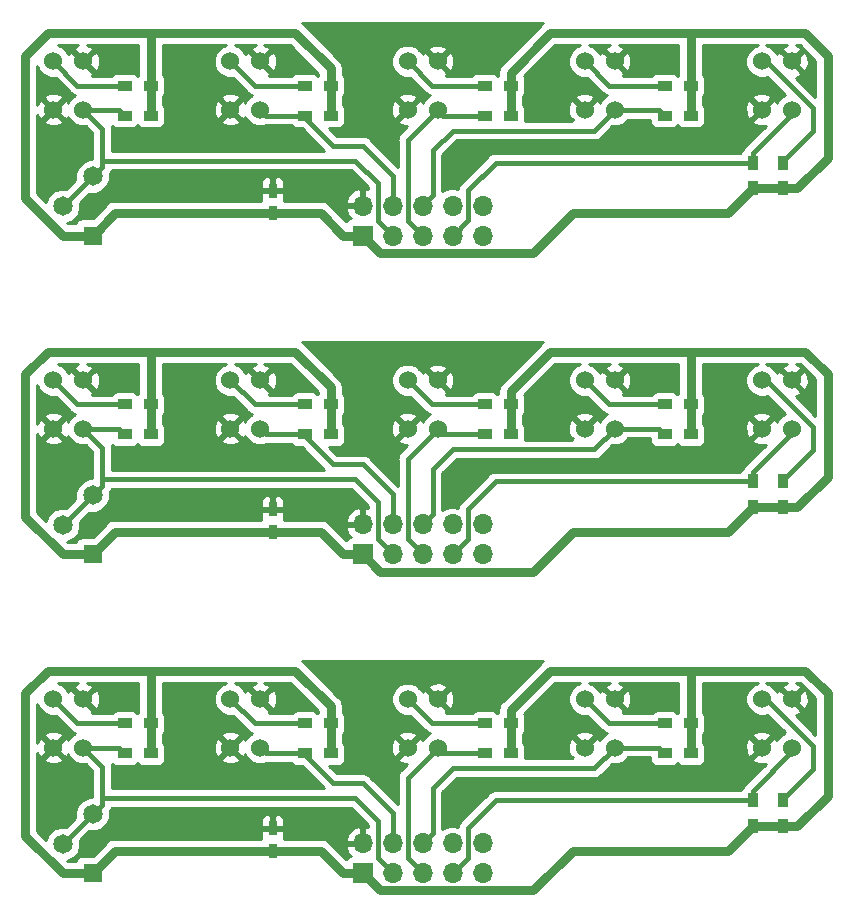
<source format=gbr>
G04 #@! TF.GenerationSoftware,KiCad,Pcbnew,(5.0.2)-1*
G04 #@! TF.CreationDate,2019-08-20T01:58:35+09:00*
G04 #@! TF.ProjectId,robocar-sensorbar-fab,726f626f-6361-4722-9d73-656e736f7262,rev?*
G04 #@! TF.SameCoordinates,Original*
G04 #@! TF.FileFunction,Copper,L1,Top*
G04 #@! TF.FilePolarity,Positive*
%FSLAX46Y46*%
G04 Gerber Fmt 4.6, Leading zero omitted, Abs format (unit mm)*
G04 Created by KiCad (PCBNEW (5.0.2)-1) date 2019/08/20 1:58:35*
%MOMM*%
%LPD*%
G01*
G04 APERTURE LIST*
G04 #@! TA.AperFunction,ComponentPad*
%ADD10C,1.524000*%
G04 #@! TD*
G04 #@! TA.AperFunction,SMDPad,CuDef*
%ADD11R,0.900000X1.200000*%
G04 #@! TD*
G04 #@! TA.AperFunction,ComponentPad*
%ADD12R,1.650000X1.650000*%
G04 #@! TD*
G04 #@! TA.AperFunction,ComponentPad*
%ADD13C,1.650000*%
G04 #@! TD*
G04 #@! TA.AperFunction,ComponentPad*
%ADD14R,1.700000X1.700000*%
G04 #@! TD*
G04 #@! TA.AperFunction,ComponentPad*
%ADD15O,1.700000X1.700000*%
G04 #@! TD*
G04 #@! TA.AperFunction,SMDPad,CuDef*
%ADD16R,1.200000X0.900000*%
G04 #@! TD*
G04 #@! TA.AperFunction,SMDPad,CuDef*
%ADD17R,0.750000X1.200000*%
G04 #@! TD*
G04 #@! TA.AperFunction,Conductor*
%ADD18C,0.800000*%
G04 #@! TD*
G04 #@! TA.AperFunction,Conductor*
%ADD19C,0.400000*%
G04 #@! TD*
G04 #@! TA.AperFunction,Conductor*
%ADD20C,0.254000*%
G04 #@! TD*
G04 APERTURE END LIST*
D10*
G04 #@! TO.P,U4,1*
G04 #@! TO.N,GND*
X164270000Y-117950000D03*
G04 #@! TO.P,U4,2*
G04 #@! TO.N,Net-(R7-Pad2)*
X161730000Y-117950000D03*
G04 #@! TO.P,U4,3*
G04 #@! TO.N,/OUT4*
X164270000Y-122049999D03*
G04 #@! TO.P,U4,4*
G04 #@! TO.N,GND*
X161730000Y-122049999D03*
G04 #@! TD*
G04 #@! TO.P,U4,1*
G04 #@! TO.N,GND*
X164270000Y-90950000D03*
G04 #@! TO.P,U4,2*
G04 #@! TO.N,Net-(R7-Pad2)*
X161730000Y-90950000D03*
G04 #@! TO.P,U4,3*
G04 #@! TO.N,/OUT4*
X164270000Y-95049999D03*
G04 #@! TO.P,U4,4*
G04 #@! TO.N,GND*
X161730000Y-95049999D03*
G04 #@! TD*
G04 #@! TO.P,U2,1*
G04 #@! TO.N,GND*
X134270000Y-117950000D03*
G04 #@! TO.P,U2,2*
G04 #@! TO.N,Net-(R3-Pad2)*
X131730000Y-117950000D03*
G04 #@! TO.P,U2,3*
G04 #@! TO.N,/OUT2*
X134270000Y-122049999D03*
G04 #@! TO.P,U2,4*
G04 #@! TO.N,GND*
X131730000Y-122049999D03*
G04 #@! TD*
G04 #@! TO.P,U2,1*
G04 #@! TO.N,GND*
X134270000Y-90950000D03*
G04 #@! TO.P,U2,2*
G04 #@! TO.N,Net-(R3-Pad2)*
X131730000Y-90950000D03*
G04 #@! TO.P,U2,3*
G04 #@! TO.N,/OUT2*
X134270000Y-95049999D03*
G04 #@! TO.P,U2,4*
G04 #@! TO.N,GND*
X131730000Y-95049999D03*
G04 #@! TD*
G04 #@! TO.P,U1,4*
G04 #@! TO.N,GND*
X116730000Y-122049999D03*
G04 #@! TO.P,U1,3*
G04 #@! TO.N,/OUT1*
X119270000Y-122049999D03*
G04 #@! TO.P,U1,2*
G04 #@! TO.N,Net-(R1-Pad2)*
X116730000Y-117950000D03*
G04 #@! TO.P,U1,1*
G04 #@! TO.N,GND*
X119270000Y-117950000D03*
G04 #@! TD*
G04 #@! TO.P,U1,4*
G04 #@! TO.N,GND*
X116730000Y-95049999D03*
G04 #@! TO.P,U1,3*
G04 #@! TO.N,/OUT1*
X119270000Y-95049999D03*
G04 #@! TO.P,U1,2*
G04 #@! TO.N,Net-(R1-Pad2)*
X116730000Y-90950000D03*
G04 #@! TO.P,U1,1*
G04 #@! TO.N,GND*
X119270000Y-90950000D03*
G04 #@! TD*
D11*
G04 #@! TO.P,R9,2*
G04 #@! TO.N,Net-(R9-Pad2)*
X178480000Y-126520000D03*
G04 #@! TO.P,R9,1*
G04 #@! TO.N,VCC*
X178480000Y-128720000D03*
G04 #@! TD*
G04 #@! TO.P,R9,2*
G04 #@! TO.N,Net-(R9-Pad2)*
X178480000Y-99520000D03*
G04 #@! TO.P,R9,1*
G04 #@! TO.N,VCC*
X178480000Y-101720000D03*
G04 #@! TD*
D12*
G04 #@! TO.P,RV1,1*
G04 #@! TO.N,VCC*
X120060000Y-132700000D03*
D13*
G04 #@! TO.P,RV1,2*
G04 #@! TO.N,/OUT1*
X117560000Y-130200000D03*
G04 #@! TO.P,RV1,3*
X120060000Y-127700000D03*
G04 #@! TD*
D12*
G04 #@! TO.P,RV1,1*
G04 #@! TO.N,VCC*
X120060000Y-105700000D03*
D13*
G04 #@! TO.P,RV1,2*
G04 #@! TO.N,/OUT1*
X117560000Y-103200000D03*
G04 #@! TO.P,RV1,3*
X120060000Y-100700000D03*
G04 #@! TD*
D11*
G04 #@! TO.P,R10,1*
G04 #@! TO.N,VCC*
X175940000Y-128720000D03*
G04 #@! TO.P,R10,2*
G04 #@! TO.N,/OUT5*
X175940000Y-126520000D03*
G04 #@! TD*
G04 #@! TO.P,R10,1*
G04 #@! TO.N,VCC*
X175940000Y-101720000D03*
G04 #@! TO.P,R10,2*
G04 #@! TO.N,/OUT5*
X175940000Y-99520000D03*
G04 #@! TD*
D10*
G04 #@! TO.P,U3,4*
G04 #@! TO.N,GND*
X146730000Y-122049999D03*
G04 #@! TO.P,U3,3*
G04 #@! TO.N,/OUT3*
X149270000Y-122049999D03*
G04 #@! TO.P,U3,2*
G04 #@! TO.N,Net-(R5-Pad2)*
X146730000Y-117950000D03*
G04 #@! TO.P,U3,1*
G04 #@! TO.N,GND*
X149270000Y-117950000D03*
G04 #@! TD*
G04 #@! TO.P,U3,4*
G04 #@! TO.N,GND*
X146730000Y-95049999D03*
G04 #@! TO.P,U3,3*
G04 #@! TO.N,/OUT3*
X149270000Y-95049999D03*
G04 #@! TO.P,U3,2*
G04 #@! TO.N,Net-(R5-Pad2)*
X146730000Y-90950000D03*
G04 #@! TO.P,U3,1*
G04 #@! TO.N,GND*
X149270000Y-90950000D03*
G04 #@! TD*
G04 #@! TO.P,U5,4*
G04 #@! TO.N,GND*
X176730000Y-122049999D03*
G04 #@! TO.P,U5,3*
G04 #@! TO.N,/OUT5*
X179270000Y-122049999D03*
G04 #@! TO.P,U5,2*
G04 #@! TO.N,Net-(R9-Pad2)*
X176730000Y-117950000D03*
G04 #@! TO.P,U5,1*
G04 #@! TO.N,GND*
X179270000Y-117950000D03*
G04 #@! TD*
G04 #@! TO.P,U5,4*
G04 #@! TO.N,GND*
X176730000Y-95049999D03*
G04 #@! TO.P,U5,3*
G04 #@! TO.N,/OUT5*
X179270000Y-95049999D03*
G04 #@! TO.P,U5,2*
G04 #@! TO.N,Net-(R9-Pad2)*
X176730000Y-90950000D03*
G04 #@! TO.P,U5,1*
G04 #@! TO.N,GND*
X179270000Y-90950000D03*
G04 #@! TD*
D14*
G04 #@! TO.P,J1,1*
G04 #@! TO.N,VCC*
X142920000Y-132700000D03*
D15*
G04 #@! TO.P,J1,2*
G04 #@! TO.N,GND*
X142920000Y-130160000D03*
G04 #@! TO.P,J1,3*
G04 #@! TO.N,/OUT1*
X145460000Y-132700000D03*
G04 #@! TO.P,J1,4*
G04 #@! TO.N,/OUT2*
X145460000Y-130160000D03*
G04 #@! TO.P,J1,5*
G04 #@! TO.N,/OUT3*
X148000000Y-132700000D03*
G04 #@! TO.P,J1,6*
G04 #@! TO.N,/OUT4*
X148000000Y-130160000D03*
G04 #@! TO.P,J1,7*
G04 #@! TO.N,/OUT5*
X150540000Y-132700000D03*
G04 #@! TO.P,J1,8*
G04 #@! TO.N,Net-(J1-Pad8)*
X150540000Y-130160000D03*
G04 #@! TO.P,J1,9*
G04 #@! TO.N,Net-(J1-Pad9)*
X153080000Y-132700000D03*
G04 #@! TO.P,J1,10*
G04 #@! TO.N,Net-(J1-Pad10)*
X153080000Y-130160000D03*
G04 #@! TD*
D14*
G04 #@! TO.P,J1,1*
G04 #@! TO.N,VCC*
X142920000Y-105700000D03*
D15*
G04 #@! TO.P,J1,2*
G04 #@! TO.N,GND*
X142920000Y-103160000D03*
G04 #@! TO.P,J1,3*
G04 #@! TO.N,/OUT1*
X145460000Y-105700000D03*
G04 #@! TO.P,J1,4*
G04 #@! TO.N,/OUT2*
X145460000Y-103160000D03*
G04 #@! TO.P,J1,5*
G04 #@! TO.N,/OUT3*
X148000000Y-105700000D03*
G04 #@! TO.P,J1,6*
G04 #@! TO.N,/OUT4*
X148000000Y-103160000D03*
G04 #@! TO.P,J1,7*
G04 #@! TO.N,/OUT5*
X150540000Y-105700000D03*
G04 #@! TO.P,J1,8*
G04 #@! TO.N,Net-(J1-Pad8)*
X150540000Y-103160000D03*
G04 #@! TO.P,J1,9*
G04 #@! TO.N,Net-(J1-Pad9)*
X153080000Y-105700000D03*
G04 #@! TO.P,J1,10*
G04 #@! TO.N,Net-(J1-Pad10)*
X153080000Y-103160000D03*
G04 #@! TD*
D16*
G04 #@! TO.P,R7,2*
G04 #@! TO.N,Net-(R7-Pad2)*
X168490000Y-120000000D03*
G04 #@! TO.P,R7,1*
G04 #@! TO.N,VCC*
X170690000Y-120000000D03*
G04 #@! TD*
G04 #@! TO.P,R7,2*
G04 #@! TO.N,Net-(R7-Pad2)*
X168490000Y-93000000D03*
G04 #@! TO.P,R7,1*
G04 #@! TO.N,VCC*
X170690000Y-93000000D03*
G04 #@! TD*
G04 #@! TO.P,R6,1*
G04 #@! TO.N,VCC*
X155450000Y-122540000D03*
G04 #@! TO.P,R6,2*
G04 #@! TO.N,/OUT3*
X153250000Y-122540000D03*
G04 #@! TD*
G04 #@! TO.P,R6,1*
G04 #@! TO.N,VCC*
X155450000Y-95540000D03*
G04 #@! TO.P,R6,2*
G04 #@! TO.N,/OUT3*
X153250000Y-95540000D03*
G04 #@! TD*
G04 #@! TO.P,R5,2*
G04 #@! TO.N,Net-(R5-Pad2)*
X153250000Y-120000000D03*
G04 #@! TO.P,R5,1*
G04 #@! TO.N,VCC*
X155450000Y-120000000D03*
G04 #@! TD*
G04 #@! TO.P,R5,2*
G04 #@! TO.N,Net-(R5-Pad2)*
X153250000Y-93000000D03*
G04 #@! TO.P,R5,1*
G04 #@! TO.N,VCC*
X155450000Y-93000000D03*
G04 #@! TD*
G04 #@! TO.P,R4,2*
G04 #@! TO.N,/OUT2*
X138010000Y-122540000D03*
G04 #@! TO.P,R4,1*
G04 #@! TO.N,VCC*
X140210000Y-122540000D03*
G04 #@! TD*
G04 #@! TO.P,R4,2*
G04 #@! TO.N,/OUT2*
X138010000Y-95540000D03*
G04 #@! TO.P,R4,1*
G04 #@! TO.N,VCC*
X140210000Y-95540000D03*
G04 #@! TD*
G04 #@! TO.P,R3,1*
G04 #@! TO.N,VCC*
X140210000Y-120000000D03*
G04 #@! TO.P,R3,2*
G04 #@! TO.N,Net-(R3-Pad2)*
X138010000Y-120000000D03*
G04 #@! TD*
G04 #@! TO.P,R3,1*
G04 #@! TO.N,VCC*
X140210000Y-93000000D03*
G04 #@! TO.P,R3,2*
G04 #@! TO.N,Net-(R3-Pad2)*
X138010000Y-93000000D03*
G04 #@! TD*
G04 #@! TO.P,R2,2*
G04 #@! TO.N,/OUT1*
X122770000Y-122540000D03*
G04 #@! TO.P,R2,1*
G04 #@! TO.N,VCC*
X124970000Y-122540000D03*
G04 #@! TD*
G04 #@! TO.P,R2,2*
G04 #@! TO.N,/OUT1*
X122770000Y-95540000D03*
G04 #@! TO.P,R2,1*
G04 #@! TO.N,VCC*
X124970000Y-95540000D03*
G04 #@! TD*
G04 #@! TO.P,R1,1*
G04 #@! TO.N,VCC*
X124970000Y-120000000D03*
G04 #@! TO.P,R1,2*
G04 #@! TO.N,Net-(R1-Pad2)*
X122770000Y-120000000D03*
G04 #@! TD*
G04 #@! TO.P,R1,1*
G04 #@! TO.N,VCC*
X124970000Y-93000000D03*
G04 #@! TO.P,R1,2*
G04 #@! TO.N,Net-(R1-Pad2)*
X122770000Y-93000000D03*
G04 #@! TD*
D17*
G04 #@! TO.P,C1,1*
G04 #@! TO.N,GND*
X135300000Y-128895000D03*
G04 #@! TO.P,C1,2*
G04 #@! TO.N,VCC*
X135300000Y-130795000D03*
G04 #@! TD*
G04 #@! TO.P,C1,1*
G04 #@! TO.N,GND*
X135300000Y-101895000D03*
G04 #@! TO.P,C1,2*
G04 #@! TO.N,VCC*
X135300000Y-103795000D03*
G04 #@! TD*
D16*
G04 #@! TO.P,R8,1*
G04 #@! TO.N,VCC*
X170690000Y-122540000D03*
G04 #@! TO.P,R8,2*
G04 #@! TO.N,/OUT4*
X168490000Y-122540000D03*
G04 #@! TD*
G04 #@! TO.P,R8,1*
G04 #@! TO.N,VCC*
X170690000Y-95540000D03*
G04 #@! TO.P,R8,2*
G04 #@! TO.N,/OUT4*
X168490000Y-95540000D03*
G04 #@! TD*
D17*
G04 #@! TO.P,C1,2*
G04 #@! TO.N,VCC*
X135300000Y-76795000D03*
G04 #@! TO.P,C1,1*
G04 #@! TO.N,GND*
X135300000Y-74895000D03*
G04 #@! TD*
D16*
G04 #@! TO.P,R1,2*
G04 #@! TO.N,Net-(R1-Pad2)*
X122770000Y-66000000D03*
G04 #@! TO.P,R1,1*
G04 #@! TO.N,VCC*
X124970000Y-66000000D03*
G04 #@! TD*
G04 #@! TO.P,R2,1*
G04 #@! TO.N,VCC*
X124970000Y-68540000D03*
G04 #@! TO.P,R2,2*
G04 #@! TO.N,/OUT1*
X122770000Y-68540000D03*
G04 #@! TD*
G04 #@! TO.P,R3,2*
G04 #@! TO.N,Net-(R3-Pad2)*
X138010000Y-66000000D03*
G04 #@! TO.P,R3,1*
G04 #@! TO.N,VCC*
X140210000Y-66000000D03*
G04 #@! TD*
G04 #@! TO.P,R4,1*
G04 #@! TO.N,VCC*
X140210000Y-68540000D03*
G04 #@! TO.P,R4,2*
G04 #@! TO.N,/OUT2*
X138010000Y-68540000D03*
G04 #@! TD*
G04 #@! TO.P,R5,1*
G04 #@! TO.N,VCC*
X155450000Y-66000000D03*
G04 #@! TO.P,R5,2*
G04 #@! TO.N,Net-(R5-Pad2)*
X153250000Y-66000000D03*
G04 #@! TD*
G04 #@! TO.P,R6,2*
G04 #@! TO.N,/OUT3*
X153250000Y-68540000D03*
G04 #@! TO.P,R6,1*
G04 #@! TO.N,VCC*
X155450000Y-68540000D03*
G04 #@! TD*
G04 #@! TO.P,R7,1*
G04 #@! TO.N,VCC*
X170690000Y-66000000D03*
G04 #@! TO.P,R7,2*
G04 #@! TO.N,Net-(R7-Pad2)*
X168490000Y-66000000D03*
G04 #@! TD*
G04 #@! TO.P,R8,2*
G04 #@! TO.N,/OUT4*
X168490000Y-68540000D03*
G04 #@! TO.P,R8,1*
G04 #@! TO.N,VCC*
X170690000Y-68540000D03*
G04 #@! TD*
D11*
G04 #@! TO.P,R9,1*
G04 #@! TO.N,VCC*
X178480000Y-74720000D03*
G04 #@! TO.P,R9,2*
G04 #@! TO.N,Net-(R9-Pad2)*
X178480000Y-72520000D03*
G04 #@! TD*
G04 #@! TO.P,R10,2*
G04 #@! TO.N,/OUT5*
X175940000Y-72520000D03*
G04 #@! TO.P,R10,1*
G04 #@! TO.N,VCC*
X175940000Y-74720000D03*
G04 #@! TD*
D10*
G04 #@! TO.P,U1,1*
G04 #@! TO.N,GND*
X119270000Y-63950000D03*
G04 #@! TO.P,U1,2*
G04 #@! TO.N,Net-(R1-Pad2)*
X116730000Y-63950000D03*
G04 #@! TO.P,U1,3*
G04 #@! TO.N,/OUT1*
X119270000Y-68049999D03*
G04 #@! TO.P,U1,4*
G04 #@! TO.N,GND*
X116730000Y-68049999D03*
G04 #@! TD*
G04 #@! TO.P,U2,4*
G04 #@! TO.N,GND*
X131730000Y-68049999D03*
G04 #@! TO.P,U2,3*
G04 #@! TO.N,/OUT2*
X134270000Y-68049999D03*
G04 #@! TO.P,U2,2*
G04 #@! TO.N,Net-(R3-Pad2)*
X131730000Y-63950000D03*
G04 #@! TO.P,U2,1*
G04 #@! TO.N,GND*
X134270000Y-63950000D03*
G04 #@! TD*
G04 #@! TO.P,U3,1*
G04 #@! TO.N,GND*
X149270000Y-63950000D03*
G04 #@! TO.P,U3,2*
G04 #@! TO.N,Net-(R5-Pad2)*
X146730000Y-63950000D03*
G04 #@! TO.P,U3,3*
G04 #@! TO.N,/OUT3*
X149270000Y-68049999D03*
G04 #@! TO.P,U3,4*
G04 #@! TO.N,GND*
X146730000Y-68049999D03*
G04 #@! TD*
G04 #@! TO.P,U4,4*
G04 #@! TO.N,GND*
X161730000Y-68049999D03*
G04 #@! TO.P,U4,3*
G04 #@! TO.N,/OUT4*
X164270000Y-68049999D03*
G04 #@! TO.P,U4,2*
G04 #@! TO.N,Net-(R7-Pad2)*
X161730000Y-63950000D03*
G04 #@! TO.P,U4,1*
G04 #@! TO.N,GND*
X164270000Y-63950000D03*
G04 #@! TD*
G04 #@! TO.P,U5,1*
G04 #@! TO.N,GND*
X179270000Y-63950000D03*
G04 #@! TO.P,U5,2*
G04 #@! TO.N,Net-(R9-Pad2)*
X176730000Y-63950000D03*
G04 #@! TO.P,U5,3*
G04 #@! TO.N,/OUT5*
X179270000Y-68049999D03*
G04 #@! TO.P,U5,4*
G04 #@! TO.N,GND*
X176730000Y-68049999D03*
G04 #@! TD*
D15*
G04 #@! TO.P,J1,10*
G04 #@! TO.N,Net-(J1-Pad10)*
X153080000Y-76160000D03*
G04 #@! TO.P,J1,9*
G04 #@! TO.N,Net-(J1-Pad9)*
X153080000Y-78700000D03*
G04 #@! TO.P,J1,8*
G04 #@! TO.N,Net-(J1-Pad8)*
X150540000Y-76160000D03*
G04 #@! TO.P,J1,7*
G04 #@! TO.N,/OUT5*
X150540000Y-78700000D03*
G04 #@! TO.P,J1,6*
G04 #@! TO.N,/OUT4*
X148000000Y-76160000D03*
G04 #@! TO.P,J1,5*
G04 #@! TO.N,/OUT3*
X148000000Y-78700000D03*
G04 #@! TO.P,J1,4*
G04 #@! TO.N,/OUT2*
X145460000Y-76160000D03*
G04 #@! TO.P,J1,3*
G04 #@! TO.N,/OUT1*
X145460000Y-78700000D03*
G04 #@! TO.P,J1,2*
G04 #@! TO.N,GND*
X142920000Y-76160000D03*
D14*
G04 #@! TO.P,J1,1*
G04 #@! TO.N,VCC*
X142920000Y-78700000D03*
G04 #@! TD*
D13*
G04 #@! TO.P,RV1,3*
G04 #@! TO.N,/OUT1*
X120060000Y-73700000D03*
G04 #@! TO.P,RV1,2*
X117560000Y-76200000D03*
D12*
G04 #@! TO.P,RV1,1*
G04 #@! TO.N,VCC*
X120060000Y-78700000D03*
G04 #@! TD*
D18*
G04 #@! TO.N,VCC*
X124970000Y-68540000D02*
X124970000Y-66000000D01*
X140210000Y-66000000D02*
X140210000Y-68540000D01*
X155450000Y-66000000D02*
X155450000Y-68540000D01*
X170690000Y-66000000D02*
X170690000Y-68540000D01*
X178480000Y-74720000D02*
X175940000Y-74720000D01*
X173865000Y-76795000D02*
X175940000Y-74720000D01*
X160700000Y-76795000D02*
X173865000Y-76795000D01*
X157344999Y-80150001D02*
X160700000Y-76795000D01*
X142920000Y-78700000D02*
X144370001Y-80150001D01*
X144370001Y-80150001D02*
X157344999Y-80150001D01*
X121965000Y-76795000D02*
X120060000Y-78700000D01*
X139365000Y-76795000D02*
X121965000Y-76795000D01*
X142920000Y-78700000D02*
X141270000Y-78700000D01*
X141270000Y-78700000D02*
X139365000Y-76795000D01*
X140210000Y-64560000D02*
X140210000Y-66000000D01*
X117520000Y-78700000D02*
X114345000Y-75525000D01*
X120060000Y-78700000D02*
X117520000Y-78700000D01*
X114345000Y-75525000D02*
X114345000Y-63460000D01*
X114345000Y-63460000D02*
X116250000Y-61555000D01*
X137205000Y-61555000D02*
X140210000Y-64560000D01*
X155450000Y-64900000D02*
X155450000Y-66000000D01*
X179730000Y-74720000D02*
X182290000Y-72160000D01*
X178480000Y-74720000D02*
X179730000Y-74720000D01*
X182290000Y-63460000D02*
X180385000Y-61555000D01*
X182290000Y-72160000D02*
X182290000Y-63460000D01*
X158795000Y-61555000D02*
X155450000Y-64900000D01*
X180385000Y-61555000D02*
X170860000Y-61555000D01*
X170860000Y-61555000D02*
X158795000Y-61555000D01*
X170690000Y-61725000D02*
X170860000Y-61555000D01*
X170690000Y-66000000D02*
X170690000Y-61725000D01*
X116250000Y-61555000D02*
X125140000Y-61555000D01*
X125140000Y-61555000D02*
X137205000Y-61555000D01*
X124970000Y-61725000D02*
X125140000Y-61555000D01*
X124970000Y-66000000D02*
X124970000Y-61725000D01*
X124970000Y-95540000D02*
X124970000Y-93000000D01*
X124970000Y-122540000D02*
X124970000Y-120000000D01*
X140210000Y-93000000D02*
X140210000Y-95540000D01*
X140210000Y-120000000D02*
X140210000Y-122540000D01*
X170690000Y-93000000D02*
X170690000Y-95540000D01*
X170690000Y-120000000D02*
X170690000Y-122540000D01*
X178480000Y-101720000D02*
X175940000Y-101720000D01*
X178480000Y-128720000D02*
X175940000Y-128720000D01*
X155450000Y-93000000D02*
X155450000Y-95540000D01*
X155450000Y-120000000D02*
X155450000Y-122540000D01*
X173865000Y-103795000D02*
X175940000Y-101720000D01*
X173865000Y-130795000D02*
X175940000Y-128720000D01*
X117520000Y-105700000D02*
X114345000Y-102525000D01*
X117520000Y-132700000D02*
X114345000Y-129525000D01*
X179730000Y-101720000D02*
X182290000Y-99160000D01*
X179730000Y-128720000D02*
X182290000Y-126160000D01*
X182290000Y-90460000D02*
X180385000Y-88555000D01*
X182290000Y-117460000D02*
X180385000Y-115555000D01*
X139365000Y-103795000D02*
X121965000Y-103795000D01*
X139365000Y-130795000D02*
X121965000Y-130795000D01*
X178480000Y-101720000D02*
X179730000Y-101720000D01*
X178480000Y-128720000D02*
X179730000Y-128720000D01*
X182290000Y-99160000D02*
X182290000Y-90460000D01*
X182290000Y-126160000D02*
X182290000Y-117460000D01*
X158795000Y-88555000D02*
X155450000Y-91900000D01*
X158795000Y-115555000D02*
X155450000Y-118900000D01*
X142920000Y-105700000D02*
X141270000Y-105700000D01*
X142920000Y-132700000D02*
X141270000Y-132700000D01*
X144370001Y-107150001D02*
X157344999Y-107150001D01*
X144370001Y-134150001D02*
X157344999Y-134150001D01*
X121965000Y-103795000D02*
X120060000Y-105700000D01*
X121965000Y-130795000D02*
X120060000Y-132700000D01*
X120060000Y-105700000D02*
X117520000Y-105700000D01*
X120060000Y-132700000D02*
X117520000Y-132700000D01*
X114345000Y-102525000D02*
X114345000Y-90460000D01*
X114345000Y-129525000D02*
X114345000Y-117460000D01*
X114345000Y-90460000D02*
X116250000Y-88555000D01*
X114345000Y-117460000D02*
X116250000Y-115555000D01*
X157344999Y-107150001D02*
X160700000Y-103795000D01*
X157344999Y-134150001D02*
X160700000Y-130795000D01*
X141270000Y-105700000D02*
X139365000Y-103795000D01*
X141270000Y-132700000D02*
X139365000Y-130795000D01*
X140210000Y-91560000D02*
X140210000Y-93000000D01*
X140210000Y-118560000D02*
X140210000Y-120000000D01*
X137205000Y-88555000D02*
X140210000Y-91560000D01*
X137205000Y-115555000D02*
X140210000Y-118560000D01*
X160700000Y-103795000D02*
X173865000Y-103795000D01*
X160700000Y-130795000D02*
X173865000Y-130795000D01*
X142920000Y-105700000D02*
X144370001Y-107150001D01*
X142920000Y-132700000D02*
X144370001Y-134150001D01*
X155450000Y-91900000D02*
X155450000Y-93000000D01*
X155450000Y-118900000D02*
X155450000Y-120000000D01*
X170690000Y-93000000D02*
X170690000Y-88725000D01*
X170690000Y-120000000D02*
X170690000Y-115725000D01*
X116250000Y-88555000D02*
X125140000Y-88555000D01*
X116250000Y-115555000D02*
X125140000Y-115555000D01*
X124970000Y-88725000D02*
X125140000Y-88555000D01*
X124970000Y-115725000D02*
X125140000Y-115555000D01*
X180385000Y-88555000D02*
X170860000Y-88555000D01*
X180385000Y-115555000D02*
X170860000Y-115555000D01*
X170860000Y-88555000D02*
X158795000Y-88555000D01*
X170860000Y-115555000D02*
X158795000Y-115555000D01*
X125140000Y-88555000D02*
X137205000Y-88555000D01*
X125140000Y-115555000D02*
X137205000Y-115555000D01*
X124970000Y-93000000D02*
X124970000Y-88725000D01*
X124970000Y-120000000D02*
X124970000Y-115725000D01*
X170690000Y-88725000D02*
X170860000Y-88555000D01*
X170690000Y-115725000D02*
X170860000Y-115555000D01*
D19*
G04 #@! TO.N,/OUT5*
X175090000Y-72520000D02*
X175940000Y-72520000D01*
X154180000Y-72520000D02*
X175090000Y-72520000D01*
X151829999Y-74870001D02*
X154180000Y-72520000D01*
X150540000Y-78700000D02*
X151829999Y-77410001D01*
X151829999Y-77410001D02*
X151829999Y-74870001D01*
X175940000Y-71715000D02*
X175940000Y-72520000D01*
X179270000Y-68049999D02*
X179270000Y-68385000D01*
X179270000Y-68385000D02*
X175940000Y-71715000D01*
X151829999Y-104410001D02*
X151829999Y-101870001D01*
X151829999Y-131410001D02*
X151829999Y-128870001D01*
X150540000Y-105700000D02*
X151829999Y-104410001D01*
X150540000Y-132700000D02*
X151829999Y-131410001D01*
X179270000Y-95049999D02*
X179270000Y-95385000D01*
X179270000Y-122049999D02*
X179270000Y-122385000D01*
X175940000Y-98715000D02*
X175940000Y-99520000D01*
X175940000Y-125715000D02*
X175940000Y-126520000D01*
X179270000Y-95385000D02*
X175940000Y-98715000D01*
X179270000Y-122385000D02*
X175940000Y-125715000D01*
X175090000Y-99520000D02*
X175940000Y-99520000D01*
X175090000Y-126520000D02*
X175940000Y-126520000D01*
X154180000Y-99520000D02*
X175090000Y-99520000D01*
X154180000Y-126520000D02*
X175090000Y-126520000D01*
X151829999Y-101870001D02*
X154180000Y-99520000D01*
X151829999Y-128870001D02*
X154180000Y-126520000D01*
G04 #@! TO.N,/OUT4*
X167999999Y-68049999D02*
X168490000Y-68540000D01*
X164270000Y-68049999D02*
X167999999Y-68049999D01*
X164270000Y-68049999D02*
X162509999Y-69810000D01*
X150540000Y-69810000D02*
X148849999Y-71500001D01*
X148849999Y-75310001D02*
X148000000Y-76160000D01*
X148849999Y-71500001D02*
X148849999Y-75310001D01*
X162509999Y-69810000D02*
X150540000Y-69810000D01*
X148849999Y-102310001D02*
X148000000Y-103160000D01*
X148849999Y-129310001D02*
X148000000Y-130160000D01*
X148849999Y-98500001D02*
X148849999Y-102310001D01*
X148849999Y-125500001D02*
X148849999Y-129310001D01*
X150540000Y-96810000D02*
X148849999Y-98500001D01*
X150540000Y-123810000D02*
X148849999Y-125500001D01*
X164270000Y-95049999D02*
X167999999Y-95049999D01*
X164270000Y-122049999D02*
X167999999Y-122049999D01*
X164270000Y-95049999D02*
X162509999Y-96810000D01*
X164270000Y-122049999D02*
X162509999Y-123810000D01*
X167999999Y-95049999D02*
X168490000Y-95540000D01*
X167999999Y-122049999D02*
X168490000Y-122540000D01*
X162509999Y-96810000D02*
X150540000Y-96810000D01*
X162509999Y-123810000D02*
X150540000Y-123810000D01*
G04 #@! TO.N,/OUT3*
X149760001Y-68540000D02*
X153250000Y-68540000D01*
X149270000Y-68049999D02*
X149760001Y-68540000D01*
X146730000Y-77430000D02*
X148000000Y-78700000D01*
X149270000Y-68049999D02*
X146730000Y-70589999D01*
X146730000Y-70589999D02*
X146730000Y-77430000D01*
X149270000Y-95049999D02*
X146730000Y-97589999D01*
X149270000Y-122049999D02*
X146730000Y-124589999D01*
X146730000Y-97589999D02*
X146730000Y-104430000D01*
X146730000Y-124589999D02*
X146730000Y-131430000D01*
X146730000Y-104430000D02*
X148000000Y-105700000D01*
X146730000Y-131430000D02*
X148000000Y-132700000D01*
X149270000Y-95049999D02*
X149760001Y-95540000D01*
X149270000Y-122049999D02*
X149760001Y-122540000D01*
X149760001Y-95540000D02*
X153250000Y-95540000D01*
X149760001Y-122540000D02*
X153250000Y-122540000D01*
G04 #@! TO.N,/OUT2*
X138010000Y-68710000D02*
X138010000Y-68540000D01*
X140380000Y-71080000D02*
X138010000Y-68710000D01*
X142920000Y-71080000D02*
X140380000Y-71080000D01*
X145460000Y-76160000D02*
X145460000Y-73620000D01*
X145460000Y-73620000D02*
X142920000Y-71080000D01*
X134760001Y-68540000D02*
X138010000Y-68540000D01*
X134270000Y-68049999D02*
X134760001Y-68540000D01*
X138010000Y-95710000D02*
X138010000Y-95540000D01*
X138010000Y-122710000D02*
X138010000Y-122540000D01*
X145460000Y-103160000D02*
X145460000Y-100620000D01*
X145460000Y-130160000D02*
X145460000Y-127620000D01*
X142920000Y-98080000D02*
X140380000Y-98080000D01*
X142920000Y-125080000D02*
X140380000Y-125080000D01*
X134760001Y-95540000D02*
X138010000Y-95540000D01*
X134760001Y-122540000D02*
X138010000Y-122540000D01*
X134270000Y-95049999D02*
X134760001Y-95540000D01*
X134270000Y-122049999D02*
X134760001Y-122540000D01*
X145460000Y-100620000D02*
X142920000Y-98080000D01*
X145460000Y-127620000D02*
X142920000Y-125080000D01*
X140380000Y-98080000D02*
X138010000Y-95710000D01*
X140380000Y-125080000D02*
X138010000Y-122710000D01*
G04 #@! TO.N,/OUT1*
X122279999Y-68049999D02*
X122770000Y-68540000D01*
X119270000Y-68049999D02*
X122279999Y-68049999D01*
X142285000Y-72350000D02*
X125140000Y-72350000D01*
X144190000Y-74255000D02*
X142285000Y-72350000D01*
X145460000Y-78700000D02*
X144190000Y-77430000D01*
X144190000Y-77430000D02*
X144190000Y-74255000D01*
X117560000Y-76200000D02*
X120060000Y-73700000D01*
X120031999Y-68811998D02*
X119270000Y-68049999D01*
X120884999Y-69664998D02*
X120031999Y-68811998D01*
X120060000Y-73700000D02*
X120884999Y-72875001D01*
X125140000Y-72350000D02*
X120884999Y-72350000D01*
X120884999Y-72875001D02*
X120884999Y-72350000D01*
X120884999Y-72350000D02*
X120884999Y-69664998D01*
X145460000Y-105700000D02*
X144190000Y-104430000D01*
X145460000Y-132700000D02*
X144190000Y-131430000D01*
X117560000Y-103200000D02*
X120060000Y-100700000D01*
X117560000Y-130200000D02*
X120060000Y-127700000D01*
X120060000Y-100700000D02*
X120884999Y-99875001D01*
X120060000Y-127700000D02*
X120884999Y-126875001D01*
X120884999Y-96664998D02*
X120031999Y-95811998D01*
X120884999Y-123664998D02*
X120031999Y-122811998D01*
X122279999Y-95049999D02*
X122770000Y-95540000D01*
X122279999Y-122049999D02*
X122770000Y-122540000D01*
X142285000Y-99350000D02*
X125140000Y-99350000D01*
X142285000Y-126350000D02*
X125140000Y-126350000D01*
X125140000Y-99350000D02*
X120884999Y-99350000D01*
X125140000Y-126350000D02*
X120884999Y-126350000D01*
X120884999Y-99875001D02*
X120884999Y-99350000D01*
X120884999Y-126875001D02*
X120884999Y-126350000D01*
X119270000Y-95049999D02*
X122279999Y-95049999D01*
X119270000Y-122049999D02*
X122279999Y-122049999D01*
X144190000Y-104430000D02*
X144190000Y-101255000D01*
X144190000Y-131430000D02*
X144190000Y-128255000D01*
X144190000Y-101255000D02*
X142285000Y-99350000D01*
X144190000Y-128255000D02*
X142285000Y-126350000D01*
X120031999Y-95811998D02*
X119270000Y-95049999D01*
X120031999Y-122811998D02*
X119270000Y-122049999D01*
X120884999Y-99350000D02*
X120884999Y-96664998D01*
X120884999Y-126350000D02*
X120884999Y-123664998D01*
G04 #@! TO.N,Net-(R1-Pad2)*
X118780000Y-66000000D02*
X116730000Y-63950000D01*
X122770000Y-66000000D02*
X118780000Y-66000000D01*
X118780000Y-93000000D02*
X116730000Y-90950000D01*
X118780000Y-120000000D02*
X116730000Y-117950000D01*
X122770000Y-93000000D02*
X118780000Y-93000000D01*
X122770000Y-120000000D02*
X118780000Y-120000000D01*
G04 #@! TO.N,Net-(R3-Pad2)*
X133780000Y-66000000D02*
X131730000Y-63950000D01*
X138010000Y-66000000D02*
X133780000Y-66000000D01*
X138010000Y-93000000D02*
X133780000Y-93000000D01*
X138010000Y-120000000D02*
X133780000Y-120000000D01*
X133780000Y-93000000D02*
X131730000Y-90950000D01*
X133780000Y-120000000D02*
X131730000Y-117950000D01*
G04 #@! TO.N,Net-(R5-Pad2)*
X148780000Y-66000000D02*
X153250000Y-66000000D01*
X146730000Y-63950000D02*
X148780000Y-66000000D01*
X146730000Y-90950000D02*
X148780000Y-93000000D01*
X146730000Y-117950000D02*
X148780000Y-120000000D01*
X148780000Y-93000000D02*
X153250000Y-93000000D01*
X148780000Y-120000000D02*
X153250000Y-120000000D01*
G04 #@! TO.N,Net-(R7-Pad2)*
X163780000Y-66000000D02*
X161730000Y-63950000D01*
X168490000Y-66000000D02*
X163780000Y-66000000D01*
X168490000Y-93000000D02*
X163780000Y-93000000D01*
X168490000Y-120000000D02*
X163780000Y-120000000D01*
X163780000Y-93000000D02*
X161730000Y-90950000D01*
X163780000Y-120000000D02*
X161730000Y-117950000D01*
G04 #@! TO.N,Net-(R9-Pad2)*
X177065000Y-63950000D02*
X176730000Y-63950000D01*
X181020000Y-67905000D02*
X177065000Y-63950000D01*
X181020000Y-69830000D02*
X181020000Y-67905000D01*
X178480000Y-72520000D02*
X178480000Y-72370000D01*
X178480000Y-72370000D02*
X181020000Y-69830000D01*
X177065000Y-90950000D02*
X176730000Y-90950000D01*
X177065000Y-117950000D02*
X176730000Y-117950000D01*
X181020000Y-96830000D02*
X181020000Y-94905000D01*
X181020000Y-123830000D02*
X181020000Y-121905000D01*
X181020000Y-94905000D02*
X177065000Y-90950000D01*
X181020000Y-121905000D02*
X177065000Y-117950000D01*
X178480000Y-99520000D02*
X178480000Y-99370000D01*
X178480000Y-126520000D02*
X178480000Y-126370000D01*
X178480000Y-99370000D02*
X181020000Y-96830000D01*
X178480000Y-126370000D02*
X181020000Y-123830000D01*
G04 #@! TD*
D20*
G04 #@! TO.N,GND*
G36*
X143355001Y-74600869D02*
X143355001Y-74750877D01*
X143276890Y-74718524D01*
X143047000Y-74839845D01*
X143047000Y-76033000D01*
X143067000Y-76033000D01*
X143067000Y-76287000D01*
X143047000Y-76287000D01*
X143047000Y-76307000D01*
X142793000Y-76307000D01*
X142793000Y-76287000D01*
X141599181Y-76287000D01*
X141478514Y-76516892D01*
X141724817Y-77041358D01*
X141931855Y-77230039D01*
X141822235Y-77251843D01*
X141612191Y-77392191D01*
X141537574Y-77503863D01*
X140168937Y-76135227D01*
X140111193Y-76048807D01*
X139768837Y-75820052D01*
X139683654Y-75803108D01*
X141478514Y-75803108D01*
X141599181Y-76033000D01*
X142793000Y-76033000D01*
X142793000Y-74839845D01*
X142563110Y-74718524D01*
X142153076Y-74888355D01*
X141724817Y-75278642D01*
X141478514Y-75803108D01*
X139683654Y-75803108D01*
X139466935Y-75760000D01*
X139466934Y-75760000D01*
X139365000Y-75739724D01*
X139263066Y-75760000D01*
X136252552Y-75760000D01*
X136310000Y-75621309D01*
X136310000Y-75180750D01*
X136151250Y-75022000D01*
X135427000Y-75022000D01*
X135427000Y-75042000D01*
X135173000Y-75042000D01*
X135173000Y-75022000D01*
X134448750Y-75022000D01*
X134290000Y-75180750D01*
X134290000Y-75621309D01*
X134347448Y-75760000D01*
X122066934Y-75760000D01*
X121965000Y-75739724D01*
X121863065Y-75760000D01*
X121561163Y-75820052D01*
X121218807Y-76048807D01*
X121161065Y-76135224D01*
X120068730Y-77227560D01*
X119235000Y-77227560D01*
X118987235Y-77276843D01*
X118777191Y-77417191D01*
X118636843Y-77627235D01*
X118629331Y-77665000D01*
X117948711Y-77665000D01*
X117916384Y-77632673D01*
X118387024Y-77437728D01*
X118797728Y-77027024D01*
X119020000Y-76490412D01*
X119020000Y-75920867D01*
X119780868Y-75160000D01*
X120350412Y-75160000D01*
X120887024Y-74937728D01*
X121297728Y-74527024D01*
X121446154Y-74168691D01*
X134290000Y-74168691D01*
X134290000Y-74609250D01*
X134448750Y-74768000D01*
X135173000Y-74768000D01*
X135173000Y-73818750D01*
X135427000Y-73818750D01*
X135427000Y-74768000D01*
X136151250Y-74768000D01*
X136310000Y-74609250D01*
X136310000Y-74168691D01*
X136213327Y-73935302D01*
X136034699Y-73756673D01*
X135801310Y-73660000D01*
X135585750Y-73660000D01*
X135427000Y-73818750D01*
X135173000Y-73818750D01*
X135014250Y-73660000D01*
X134798690Y-73660000D01*
X134565301Y-73756673D01*
X134386673Y-73935302D01*
X134290000Y-74168691D01*
X121446154Y-74168691D01*
X121520000Y-73990412D01*
X121520000Y-73427614D01*
X121671551Y-73200802D01*
X121674694Y-73185000D01*
X141939133Y-73185000D01*
X143355001Y-74600869D01*
X143355001Y-74600869D01*
G37*
X143355001Y-74600869D02*
X143355001Y-74750877D01*
X143276890Y-74718524D01*
X143047000Y-74839845D01*
X143047000Y-76033000D01*
X143067000Y-76033000D01*
X143067000Y-76287000D01*
X143047000Y-76287000D01*
X143047000Y-76307000D01*
X142793000Y-76307000D01*
X142793000Y-76287000D01*
X141599181Y-76287000D01*
X141478514Y-76516892D01*
X141724817Y-77041358D01*
X141931855Y-77230039D01*
X141822235Y-77251843D01*
X141612191Y-77392191D01*
X141537574Y-77503863D01*
X140168937Y-76135227D01*
X140111193Y-76048807D01*
X139768837Y-75820052D01*
X139683654Y-75803108D01*
X141478514Y-75803108D01*
X141599181Y-76033000D01*
X142793000Y-76033000D01*
X142793000Y-74839845D01*
X142563110Y-74718524D01*
X142153076Y-74888355D01*
X141724817Y-75278642D01*
X141478514Y-75803108D01*
X139683654Y-75803108D01*
X139466935Y-75760000D01*
X139466934Y-75760000D01*
X139365000Y-75739724D01*
X139263066Y-75760000D01*
X136252552Y-75760000D01*
X136310000Y-75621309D01*
X136310000Y-75180750D01*
X136151250Y-75022000D01*
X135427000Y-75022000D01*
X135427000Y-75042000D01*
X135173000Y-75042000D01*
X135173000Y-75022000D01*
X134448750Y-75022000D01*
X134290000Y-75180750D01*
X134290000Y-75621309D01*
X134347448Y-75760000D01*
X122066934Y-75760000D01*
X121965000Y-75739724D01*
X121863065Y-75760000D01*
X121561163Y-75820052D01*
X121218807Y-76048807D01*
X121161065Y-76135224D01*
X120068730Y-77227560D01*
X119235000Y-77227560D01*
X118987235Y-77276843D01*
X118777191Y-77417191D01*
X118636843Y-77627235D01*
X118629331Y-77665000D01*
X117948711Y-77665000D01*
X117916384Y-77632673D01*
X118387024Y-77437728D01*
X118797728Y-77027024D01*
X119020000Y-76490412D01*
X119020000Y-75920867D01*
X119780868Y-75160000D01*
X120350412Y-75160000D01*
X120887024Y-74937728D01*
X121297728Y-74527024D01*
X121446154Y-74168691D01*
X134290000Y-74168691D01*
X134290000Y-74609250D01*
X134448750Y-74768000D01*
X135173000Y-74768000D01*
X135173000Y-73818750D01*
X135427000Y-73818750D01*
X135427000Y-74768000D01*
X136151250Y-74768000D01*
X136310000Y-74609250D01*
X136310000Y-74168691D01*
X136213327Y-73935302D01*
X136034699Y-73756673D01*
X135801310Y-73660000D01*
X135585750Y-73660000D01*
X135427000Y-73818750D01*
X135173000Y-73818750D01*
X135014250Y-73660000D01*
X134798690Y-73660000D01*
X134565301Y-73756673D01*
X134386673Y-73935302D01*
X134290000Y-74168691D01*
X121446154Y-74168691D01*
X121520000Y-73990412D01*
X121520000Y-73427614D01*
X121671551Y-73200802D01*
X121674694Y-73185000D01*
X141939133Y-73185000D01*
X143355001Y-74600869D01*
G36*
X115545680Y-64741337D02*
X115938663Y-65134320D01*
X116452119Y-65347000D01*
X116946133Y-65347000D01*
X118131415Y-66532283D01*
X118177999Y-66602001D01*
X118254323Y-66652999D01*
X118454199Y-66786552D01*
X118599781Y-66815510D01*
X118478663Y-66865679D01*
X118085680Y-67258662D01*
X118006572Y-67449646D01*
X117952397Y-67318856D01*
X117710213Y-67249391D01*
X116909605Y-68049999D01*
X117710213Y-68850607D01*
X117952397Y-68781142D01*
X118002535Y-68640606D01*
X118085680Y-68841336D01*
X118478663Y-69234319D01*
X118992119Y-69446999D01*
X119486131Y-69446999D01*
X119499714Y-69460582D01*
X119499720Y-69460586D01*
X120050000Y-70010867D01*
X120049999Y-72240000D01*
X119769588Y-72240000D01*
X119232976Y-72462272D01*
X118822272Y-72872976D01*
X118600000Y-73409588D01*
X118600000Y-73979132D01*
X117839133Y-74740000D01*
X117269588Y-74740000D01*
X116732976Y-74962272D01*
X116322272Y-75372976D01*
X116127326Y-75843616D01*
X115380000Y-75096290D01*
X115380000Y-69030212D01*
X115929392Y-69030212D01*
X115998857Y-69272396D01*
X116522302Y-69459143D01*
X117077368Y-69431361D01*
X117461143Y-69272396D01*
X117530608Y-69030212D01*
X116730000Y-68229604D01*
X115929392Y-69030212D01*
X115380000Y-69030212D01*
X115380000Y-68473081D01*
X115507603Y-68781142D01*
X115749787Y-68850607D01*
X116550395Y-68049999D01*
X115749787Y-67249391D01*
X115507603Y-67318856D01*
X115380000Y-67676523D01*
X115380000Y-67069786D01*
X115929392Y-67069786D01*
X116730000Y-67870394D01*
X117530608Y-67069786D01*
X117461143Y-66827602D01*
X116937698Y-66640855D01*
X116382632Y-66668637D01*
X115998857Y-66827602D01*
X115929392Y-67069786D01*
X115380000Y-67069786D01*
X115380000Y-64341349D01*
X115545680Y-64741337D01*
X115545680Y-64741337D01*
G37*
X115545680Y-64741337D02*
X115938663Y-65134320D01*
X116452119Y-65347000D01*
X116946133Y-65347000D01*
X118131415Y-66532283D01*
X118177999Y-66602001D01*
X118254323Y-66652999D01*
X118454199Y-66786552D01*
X118599781Y-66815510D01*
X118478663Y-66865679D01*
X118085680Y-67258662D01*
X118006572Y-67449646D01*
X117952397Y-67318856D01*
X117710213Y-67249391D01*
X116909605Y-68049999D01*
X117710213Y-68850607D01*
X117952397Y-68781142D01*
X118002535Y-68640606D01*
X118085680Y-68841336D01*
X118478663Y-69234319D01*
X118992119Y-69446999D01*
X119486131Y-69446999D01*
X119499714Y-69460582D01*
X119499720Y-69460586D01*
X120050000Y-70010867D01*
X120049999Y-72240000D01*
X119769588Y-72240000D01*
X119232976Y-72462272D01*
X118822272Y-72872976D01*
X118600000Y-73409588D01*
X118600000Y-73979132D01*
X117839133Y-74740000D01*
X117269588Y-74740000D01*
X116732976Y-74962272D01*
X116322272Y-75372976D01*
X116127326Y-75843616D01*
X115380000Y-75096290D01*
X115380000Y-69030212D01*
X115929392Y-69030212D01*
X115998857Y-69272396D01*
X116522302Y-69459143D01*
X117077368Y-69431361D01*
X117461143Y-69272396D01*
X117530608Y-69030212D01*
X116730000Y-68229604D01*
X115929392Y-69030212D01*
X115380000Y-69030212D01*
X115380000Y-68473081D01*
X115507603Y-68781142D01*
X115749787Y-68850607D01*
X116550395Y-68049999D01*
X115749787Y-67249391D01*
X115507603Y-67318856D01*
X115380000Y-67676523D01*
X115380000Y-67069786D01*
X115929392Y-67069786D01*
X116730000Y-67870394D01*
X117530608Y-67069786D01*
X117461143Y-66827602D01*
X116937698Y-66640855D01*
X116382632Y-66668637D01*
X115998857Y-66827602D01*
X115929392Y-67069786D01*
X115380000Y-67069786D01*
X115380000Y-64341349D01*
X115545680Y-64741337D01*
G36*
X175938663Y-62765680D02*
X175545680Y-63158663D01*
X175333000Y-63672119D01*
X175333000Y-64227881D01*
X175545680Y-64741337D01*
X175938663Y-65134320D01*
X176452119Y-65347000D01*
X177007881Y-65347000D01*
X177201099Y-65266967D01*
X178705749Y-66771617D01*
X178478663Y-66865679D01*
X178085680Y-67258662D01*
X178006572Y-67449646D01*
X177952397Y-67318856D01*
X177710213Y-67249391D01*
X176909605Y-68049999D01*
X176923748Y-68064142D01*
X176744143Y-68243747D01*
X176730000Y-68229604D01*
X175929392Y-69030212D01*
X175998857Y-69272396D01*
X176522302Y-69459143D01*
X177040949Y-69433184D01*
X175407720Y-71066413D01*
X175337999Y-71112999D01*
X175163142Y-71374692D01*
X175032191Y-71462191D01*
X174891843Y-71672235D01*
X174889304Y-71685000D01*
X154262232Y-71685000D01*
X154179999Y-71668643D01*
X154097766Y-71685000D01*
X154097763Y-71685000D01*
X153854199Y-71733448D01*
X153577999Y-71917999D01*
X153531417Y-71987715D01*
X151297717Y-74221416D01*
X151227999Y-74268000D01*
X151151091Y-74383101D01*
X151043447Y-74544201D01*
X151004825Y-74738367D01*
X150686256Y-74675000D01*
X150393744Y-74675000D01*
X149960582Y-74761161D01*
X149684999Y-74945300D01*
X149684999Y-71845868D01*
X150885869Y-70645000D01*
X162427766Y-70645000D01*
X162509999Y-70661357D01*
X162592232Y-70645000D01*
X162592236Y-70645000D01*
X162835800Y-70596552D01*
X163112000Y-70412001D01*
X163158586Y-70342280D01*
X164053868Y-69446999D01*
X164547881Y-69446999D01*
X165061337Y-69234319D01*
X165410657Y-68884999D01*
X167242560Y-68884999D01*
X167242560Y-68990000D01*
X167291843Y-69237765D01*
X167432191Y-69447809D01*
X167642235Y-69588157D01*
X167890000Y-69637440D01*
X169090000Y-69637440D01*
X169337765Y-69588157D01*
X169547809Y-69447809D01*
X169590000Y-69384666D01*
X169632191Y-69447809D01*
X169842235Y-69588157D01*
X170090000Y-69637440D01*
X171290000Y-69637440D01*
X171537765Y-69588157D01*
X171747809Y-69447809D01*
X171888157Y-69237765D01*
X171937440Y-68990000D01*
X171937440Y-68090000D01*
X171888171Y-67842301D01*
X175320856Y-67842301D01*
X175348638Y-68397367D01*
X175507603Y-68781142D01*
X175749787Y-68850607D01*
X176550395Y-68049999D01*
X175749787Y-67249391D01*
X175507603Y-67318856D01*
X175320856Y-67842301D01*
X171888171Y-67842301D01*
X171888157Y-67842235D01*
X171747809Y-67632191D01*
X171725000Y-67616950D01*
X171725000Y-67069786D01*
X175929392Y-67069786D01*
X176730000Y-67870394D01*
X177530608Y-67069786D01*
X177461143Y-66827602D01*
X176937698Y-66640855D01*
X176382632Y-66668637D01*
X175998857Y-66827602D01*
X175929392Y-67069786D01*
X171725000Y-67069786D01*
X171725000Y-66923050D01*
X171747809Y-66907809D01*
X171888157Y-66697765D01*
X171937440Y-66450000D01*
X171937440Y-65550000D01*
X171888157Y-65302235D01*
X171747809Y-65092191D01*
X171725000Y-65076950D01*
X171725000Y-62590000D01*
X176362793Y-62590000D01*
X175938663Y-62765680D01*
X175938663Y-62765680D01*
G37*
X175938663Y-62765680D02*
X175545680Y-63158663D01*
X175333000Y-63672119D01*
X175333000Y-64227881D01*
X175545680Y-64741337D01*
X175938663Y-65134320D01*
X176452119Y-65347000D01*
X177007881Y-65347000D01*
X177201099Y-65266967D01*
X178705749Y-66771617D01*
X178478663Y-66865679D01*
X178085680Y-67258662D01*
X178006572Y-67449646D01*
X177952397Y-67318856D01*
X177710213Y-67249391D01*
X176909605Y-68049999D01*
X176923748Y-68064142D01*
X176744143Y-68243747D01*
X176730000Y-68229604D01*
X175929392Y-69030212D01*
X175998857Y-69272396D01*
X176522302Y-69459143D01*
X177040949Y-69433184D01*
X175407720Y-71066413D01*
X175337999Y-71112999D01*
X175163142Y-71374692D01*
X175032191Y-71462191D01*
X174891843Y-71672235D01*
X174889304Y-71685000D01*
X154262232Y-71685000D01*
X154179999Y-71668643D01*
X154097766Y-71685000D01*
X154097763Y-71685000D01*
X153854199Y-71733448D01*
X153577999Y-71917999D01*
X153531417Y-71987715D01*
X151297717Y-74221416D01*
X151227999Y-74268000D01*
X151151091Y-74383101D01*
X151043447Y-74544201D01*
X151004825Y-74738367D01*
X150686256Y-74675000D01*
X150393744Y-74675000D01*
X149960582Y-74761161D01*
X149684999Y-74945300D01*
X149684999Y-71845868D01*
X150885869Y-70645000D01*
X162427766Y-70645000D01*
X162509999Y-70661357D01*
X162592232Y-70645000D01*
X162592236Y-70645000D01*
X162835800Y-70596552D01*
X163112000Y-70412001D01*
X163158586Y-70342280D01*
X164053868Y-69446999D01*
X164547881Y-69446999D01*
X165061337Y-69234319D01*
X165410657Y-68884999D01*
X167242560Y-68884999D01*
X167242560Y-68990000D01*
X167291843Y-69237765D01*
X167432191Y-69447809D01*
X167642235Y-69588157D01*
X167890000Y-69637440D01*
X169090000Y-69637440D01*
X169337765Y-69588157D01*
X169547809Y-69447809D01*
X169590000Y-69384666D01*
X169632191Y-69447809D01*
X169842235Y-69588157D01*
X170090000Y-69637440D01*
X171290000Y-69637440D01*
X171537765Y-69588157D01*
X171747809Y-69447809D01*
X171888157Y-69237765D01*
X171937440Y-68990000D01*
X171937440Y-68090000D01*
X171888171Y-67842301D01*
X175320856Y-67842301D01*
X175348638Y-68397367D01*
X175507603Y-68781142D01*
X175749787Y-68850607D01*
X176550395Y-68049999D01*
X175749787Y-67249391D01*
X175507603Y-67318856D01*
X175320856Y-67842301D01*
X171888171Y-67842301D01*
X171888157Y-67842235D01*
X171747809Y-67632191D01*
X171725000Y-67616950D01*
X171725000Y-67069786D01*
X175929392Y-67069786D01*
X176730000Y-67870394D01*
X177530608Y-67069786D01*
X177461143Y-66827602D01*
X176937698Y-66640855D01*
X176382632Y-66668637D01*
X175998857Y-66827602D01*
X175929392Y-67069786D01*
X171725000Y-67069786D01*
X171725000Y-66923050D01*
X171747809Y-66907809D01*
X171888157Y-66697765D01*
X171937440Y-66450000D01*
X171937440Y-65550000D01*
X171888157Y-65302235D01*
X171747809Y-65092191D01*
X171725000Y-65076950D01*
X171725000Y-62590000D01*
X176362793Y-62590000D01*
X175938663Y-62765680D01*
G36*
X158048807Y-60808807D02*
X157991065Y-60895224D01*
X154790227Y-64096063D01*
X154703807Y-64153807D01*
X154515955Y-64434948D01*
X154475052Y-64496164D01*
X154394724Y-64900000D01*
X154415000Y-65001935D01*
X154415000Y-65076950D01*
X154392191Y-65092191D01*
X154350000Y-65155334D01*
X154307809Y-65092191D01*
X154097765Y-64951843D01*
X153850000Y-64902560D01*
X152650000Y-64902560D01*
X152402235Y-64951843D01*
X152192191Y-65092191D01*
X152143541Y-65165000D01*
X150003265Y-65165000D01*
X150070608Y-64930213D01*
X149270000Y-64129605D01*
X149255858Y-64143748D01*
X149076253Y-63964143D01*
X149090395Y-63950000D01*
X149449605Y-63950000D01*
X150250213Y-64750608D01*
X150492397Y-64681143D01*
X150679144Y-64157698D01*
X150651362Y-63602632D01*
X150492397Y-63218857D01*
X150250213Y-63149392D01*
X149449605Y-63950000D01*
X149090395Y-63950000D01*
X148289787Y-63149392D01*
X148047603Y-63218857D01*
X147997465Y-63359393D01*
X147914320Y-63158663D01*
X147725444Y-62969787D01*
X148469392Y-62969787D01*
X149270000Y-63770395D01*
X150070608Y-62969787D01*
X150001143Y-62727603D01*
X149477698Y-62540856D01*
X148922632Y-62568638D01*
X148538857Y-62727603D01*
X148469392Y-62969787D01*
X147725444Y-62969787D01*
X147521337Y-62765680D01*
X147007881Y-62553000D01*
X146452119Y-62553000D01*
X145938663Y-62765680D01*
X145545680Y-63158663D01*
X145333000Y-63672119D01*
X145333000Y-64227881D01*
X145545680Y-64741337D01*
X145938663Y-65134320D01*
X146452119Y-65347000D01*
X146946133Y-65347000D01*
X148131415Y-66532283D01*
X148177999Y-66602001D01*
X148254323Y-66652999D01*
X148454199Y-66786552D01*
X148599781Y-66815510D01*
X148478663Y-66865679D01*
X148085680Y-67258662D01*
X148006572Y-67449646D01*
X147952397Y-67318856D01*
X147710213Y-67249391D01*
X146909605Y-68049999D01*
X146923748Y-68064142D01*
X146744143Y-68243747D01*
X146730000Y-68229604D01*
X145929392Y-69030212D01*
X145998857Y-69272396D01*
X146522302Y-69459143D01*
X146688297Y-69450835D01*
X146197720Y-69941412D01*
X146127999Y-69987998D01*
X145943448Y-70264199D01*
X145895000Y-70507763D01*
X145895000Y-70507766D01*
X145878643Y-70589999D01*
X145895000Y-70672232D01*
X145895000Y-72874131D01*
X143568587Y-70547720D01*
X143522001Y-70477999D01*
X143245801Y-70293448D01*
X143002237Y-70245000D01*
X143002233Y-70245000D01*
X142920000Y-70228643D01*
X142837767Y-70245000D01*
X140725868Y-70245000D01*
X140118308Y-69637440D01*
X140810000Y-69637440D01*
X141057765Y-69588157D01*
X141267809Y-69447809D01*
X141408157Y-69237765D01*
X141457440Y-68990000D01*
X141457440Y-68090000D01*
X141408171Y-67842301D01*
X145320856Y-67842301D01*
X145348638Y-68397367D01*
X145507603Y-68781142D01*
X145749787Y-68850607D01*
X146550395Y-68049999D01*
X145749787Y-67249391D01*
X145507603Y-67318856D01*
X145320856Y-67842301D01*
X141408171Y-67842301D01*
X141408157Y-67842235D01*
X141267809Y-67632191D01*
X141245000Y-67616950D01*
X141245000Y-67069786D01*
X145929392Y-67069786D01*
X146730000Y-67870394D01*
X147530608Y-67069786D01*
X147461143Y-66827602D01*
X146937698Y-66640855D01*
X146382632Y-66668637D01*
X145998857Y-66827602D01*
X145929392Y-67069786D01*
X141245000Y-67069786D01*
X141245000Y-66923050D01*
X141267809Y-66907809D01*
X141408157Y-66697765D01*
X141457440Y-66450000D01*
X141457440Y-65550000D01*
X141408157Y-65302235D01*
X141267809Y-65092191D01*
X141245000Y-65076950D01*
X141245000Y-64661934D01*
X141265276Y-64560000D01*
X141184948Y-64156163D01*
X141183374Y-64153807D01*
X140956193Y-63813807D01*
X140869776Y-63756065D01*
X138008937Y-60895227D01*
X137951193Y-60808807D01*
X137803318Y-60710000D01*
X158196682Y-60710000D01*
X158048807Y-60808807D01*
X158048807Y-60808807D01*
G37*
X158048807Y-60808807D02*
X157991065Y-60895224D01*
X154790227Y-64096063D01*
X154703807Y-64153807D01*
X154515955Y-64434948D01*
X154475052Y-64496164D01*
X154394724Y-64900000D01*
X154415000Y-65001935D01*
X154415000Y-65076950D01*
X154392191Y-65092191D01*
X154350000Y-65155334D01*
X154307809Y-65092191D01*
X154097765Y-64951843D01*
X153850000Y-64902560D01*
X152650000Y-64902560D01*
X152402235Y-64951843D01*
X152192191Y-65092191D01*
X152143541Y-65165000D01*
X150003265Y-65165000D01*
X150070608Y-64930213D01*
X149270000Y-64129605D01*
X149255858Y-64143748D01*
X149076253Y-63964143D01*
X149090395Y-63950000D01*
X149449605Y-63950000D01*
X150250213Y-64750608D01*
X150492397Y-64681143D01*
X150679144Y-64157698D01*
X150651362Y-63602632D01*
X150492397Y-63218857D01*
X150250213Y-63149392D01*
X149449605Y-63950000D01*
X149090395Y-63950000D01*
X148289787Y-63149392D01*
X148047603Y-63218857D01*
X147997465Y-63359393D01*
X147914320Y-63158663D01*
X147725444Y-62969787D01*
X148469392Y-62969787D01*
X149270000Y-63770395D01*
X150070608Y-62969787D01*
X150001143Y-62727603D01*
X149477698Y-62540856D01*
X148922632Y-62568638D01*
X148538857Y-62727603D01*
X148469392Y-62969787D01*
X147725444Y-62969787D01*
X147521337Y-62765680D01*
X147007881Y-62553000D01*
X146452119Y-62553000D01*
X145938663Y-62765680D01*
X145545680Y-63158663D01*
X145333000Y-63672119D01*
X145333000Y-64227881D01*
X145545680Y-64741337D01*
X145938663Y-65134320D01*
X146452119Y-65347000D01*
X146946133Y-65347000D01*
X148131415Y-66532283D01*
X148177999Y-66602001D01*
X148254323Y-66652999D01*
X148454199Y-66786552D01*
X148599781Y-66815510D01*
X148478663Y-66865679D01*
X148085680Y-67258662D01*
X148006572Y-67449646D01*
X147952397Y-67318856D01*
X147710213Y-67249391D01*
X146909605Y-68049999D01*
X146923748Y-68064142D01*
X146744143Y-68243747D01*
X146730000Y-68229604D01*
X145929392Y-69030212D01*
X145998857Y-69272396D01*
X146522302Y-69459143D01*
X146688297Y-69450835D01*
X146197720Y-69941412D01*
X146127999Y-69987998D01*
X145943448Y-70264199D01*
X145895000Y-70507763D01*
X145895000Y-70507766D01*
X145878643Y-70589999D01*
X145895000Y-70672232D01*
X145895000Y-72874131D01*
X143568587Y-70547720D01*
X143522001Y-70477999D01*
X143245801Y-70293448D01*
X143002237Y-70245000D01*
X143002233Y-70245000D01*
X142920000Y-70228643D01*
X142837767Y-70245000D01*
X140725868Y-70245000D01*
X140118308Y-69637440D01*
X140810000Y-69637440D01*
X141057765Y-69588157D01*
X141267809Y-69447809D01*
X141408157Y-69237765D01*
X141457440Y-68990000D01*
X141457440Y-68090000D01*
X141408171Y-67842301D01*
X145320856Y-67842301D01*
X145348638Y-68397367D01*
X145507603Y-68781142D01*
X145749787Y-68850607D01*
X146550395Y-68049999D01*
X145749787Y-67249391D01*
X145507603Y-67318856D01*
X145320856Y-67842301D01*
X141408171Y-67842301D01*
X141408157Y-67842235D01*
X141267809Y-67632191D01*
X141245000Y-67616950D01*
X141245000Y-67069786D01*
X145929392Y-67069786D01*
X146730000Y-67870394D01*
X147530608Y-67069786D01*
X147461143Y-66827602D01*
X146937698Y-66640855D01*
X146382632Y-66668637D01*
X145998857Y-66827602D01*
X145929392Y-67069786D01*
X141245000Y-67069786D01*
X141245000Y-66923050D01*
X141267809Y-66907809D01*
X141408157Y-66697765D01*
X141457440Y-66450000D01*
X141457440Y-65550000D01*
X141408157Y-65302235D01*
X141267809Y-65092191D01*
X141245000Y-65076950D01*
X141245000Y-64661934D01*
X141265276Y-64560000D01*
X141184948Y-64156163D01*
X141183374Y-64153807D01*
X140956193Y-63813807D01*
X140869776Y-63756065D01*
X138008937Y-60895227D01*
X137951193Y-60808807D01*
X137803318Y-60710000D01*
X158196682Y-60710000D01*
X158048807Y-60808807D01*
G36*
X130938663Y-62765680D02*
X130545680Y-63158663D01*
X130333000Y-63672119D01*
X130333000Y-64227881D01*
X130545680Y-64741337D01*
X130938663Y-65134320D01*
X131452119Y-65347000D01*
X131946133Y-65347000D01*
X133131415Y-66532283D01*
X133177999Y-66602001D01*
X133254323Y-66652999D01*
X133454199Y-66786552D01*
X133599781Y-66815510D01*
X133478663Y-66865679D01*
X133085680Y-67258662D01*
X133006572Y-67449646D01*
X132952397Y-67318856D01*
X132710213Y-67249391D01*
X131909605Y-68049999D01*
X132710213Y-68850607D01*
X132952397Y-68781142D01*
X133002535Y-68640606D01*
X133085680Y-68841336D01*
X133478663Y-69234319D01*
X133992119Y-69446999D01*
X134547881Y-69446999D01*
X134707449Y-69380904D01*
X134760000Y-69391357D01*
X134842233Y-69375000D01*
X136903541Y-69375000D01*
X136952191Y-69447809D01*
X137162235Y-69588157D01*
X137410000Y-69637440D01*
X137756573Y-69637440D01*
X139634132Y-71515000D01*
X121719999Y-71515000D01*
X121719999Y-69747230D01*
X121736356Y-69664997D01*
X121719999Y-69582764D01*
X121719999Y-69582761D01*
X121685087Y-69407245D01*
X121712191Y-69447809D01*
X121922235Y-69588157D01*
X122170000Y-69637440D01*
X123370000Y-69637440D01*
X123617765Y-69588157D01*
X123827809Y-69447809D01*
X123870000Y-69384666D01*
X123912191Y-69447809D01*
X124122235Y-69588157D01*
X124370000Y-69637440D01*
X125570000Y-69637440D01*
X125817765Y-69588157D01*
X126027809Y-69447809D01*
X126168157Y-69237765D01*
X126209441Y-69030212D01*
X130929392Y-69030212D01*
X130998857Y-69272396D01*
X131522302Y-69459143D01*
X132077368Y-69431361D01*
X132461143Y-69272396D01*
X132530608Y-69030212D01*
X131730000Y-68229604D01*
X130929392Y-69030212D01*
X126209441Y-69030212D01*
X126217440Y-68990000D01*
X126217440Y-68090000D01*
X126168171Y-67842301D01*
X130320856Y-67842301D01*
X130348638Y-68397367D01*
X130507603Y-68781142D01*
X130749787Y-68850607D01*
X131550395Y-68049999D01*
X130749787Y-67249391D01*
X130507603Y-67318856D01*
X130320856Y-67842301D01*
X126168171Y-67842301D01*
X126168157Y-67842235D01*
X126027809Y-67632191D01*
X126005000Y-67616950D01*
X126005000Y-67069786D01*
X130929392Y-67069786D01*
X131730000Y-67870394D01*
X132530608Y-67069786D01*
X132461143Y-66827602D01*
X131937698Y-66640855D01*
X131382632Y-66668637D01*
X130998857Y-66827602D01*
X130929392Y-67069786D01*
X126005000Y-67069786D01*
X126005000Y-66923050D01*
X126027809Y-66907809D01*
X126168157Y-66697765D01*
X126217440Y-66450000D01*
X126217440Y-65550000D01*
X126168157Y-65302235D01*
X126027809Y-65092191D01*
X126005000Y-65076950D01*
X126005000Y-62590000D01*
X131362793Y-62590000D01*
X130938663Y-62765680D01*
X130938663Y-62765680D01*
G37*
X130938663Y-62765680D02*
X130545680Y-63158663D01*
X130333000Y-63672119D01*
X130333000Y-64227881D01*
X130545680Y-64741337D01*
X130938663Y-65134320D01*
X131452119Y-65347000D01*
X131946133Y-65347000D01*
X133131415Y-66532283D01*
X133177999Y-66602001D01*
X133254323Y-66652999D01*
X133454199Y-66786552D01*
X133599781Y-66815510D01*
X133478663Y-66865679D01*
X133085680Y-67258662D01*
X133006572Y-67449646D01*
X132952397Y-67318856D01*
X132710213Y-67249391D01*
X131909605Y-68049999D01*
X132710213Y-68850607D01*
X132952397Y-68781142D01*
X133002535Y-68640606D01*
X133085680Y-68841336D01*
X133478663Y-69234319D01*
X133992119Y-69446999D01*
X134547881Y-69446999D01*
X134707449Y-69380904D01*
X134760000Y-69391357D01*
X134842233Y-69375000D01*
X136903541Y-69375000D01*
X136952191Y-69447809D01*
X137162235Y-69588157D01*
X137410000Y-69637440D01*
X137756573Y-69637440D01*
X139634132Y-71515000D01*
X121719999Y-71515000D01*
X121719999Y-69747230D01*
X121736356Y-69664997D01*
X121719999Y-69582764D01*
X121719999Y-69582761D01*
X121685087Y-69407245D01*
X121712191Y-69447809D01*
X121922235Y-69588157D01*
X122170000Y-69637440D01*
X123370000Y-69637440D01*
X123617765Y-69588157D01*
X123827809Y-69447809D01*
X123870000Y-69384666D01*
X123912191Y-69447809D01*
X124122235Y-69588157D01*
X124370000Y-69637440D01*
X125570000Y-69637440D01*
X125817765Y-69588157D01*
X126027809Y-69447809D01*
X126168157Y-69237765D01*
X126209441Y-69030212D01*
X130929392Y-69030212D01*
X130998857Y-69272396D01*
X131522302Y-69459143D01*
X132077368Y-69431361D01*
X132461143Y-69272396D01*
X132530608Y-69030212D01*
X131730000Y-68229604D01*
X130929392Y-69030212D01*
X126209441Y-69030212D01*
X126217440Y-68990000D01*
X126217440Y-68090000D01*
X126168171Y-67842301D01*
X130320856Y-67842301D01*
X130348638Y-68397367D01*
X130507603Y-68781142D01*
X130749787Y-68850607D01*
X131550395Y-68049999D01*
X130749787Y-67249391D01*
X130507603Y-67318856D01*
X130320856Y-67842301D01*
X126168171Y-67842301D01*
X126168157Y-67842235D01*
X126027809Y-67632191D01*
X126005000Y-67616950D01*
X126005000Y-67069786D01*
X130929392Y-67069786D01*
X131730000Y-67870394D01*
X132530608Y-67069786D01*
X132461143Y-66827602D01*
X131937698Y-66640855D01*
X131382632Y-66668637D01*
X130998857Y-66827602D01*
X130929392Y-67069786D01*
X126005000Y-67069786D01*
X126005000Y-66923050D01*
X126027809Y-66907809D01*
X126168157Y-66697765D01*
X126217440Y-66450000D01*
X126217440Y-65550000D01*
X126168157Y-65302235D01*
X126027809Y-65092191D01*
X126005000Y-65076950D01*
X126005000Y-62590000D01*
X131362793Y-62590000D01*
X130938663Y-62765680D01*
G36*
X160938663Y-62765680D02*
X160545680Y-63158663D01*
X160333000Y-63672119D01*
X160333000Y-64227881D01*
X160545680Y-64741337D01*
X160938663Y-65134320D01*
X161452119Y-65347000D01*
X161946133Y-65347000D01*
X163131415Y-66532283D01*
X163177999Y-66602001D01*
X163254323Y-66652999D01*
X163454199Y-66786552D01*
X163599781Y-66815510D01*
X163478663Y-66865679D01*
X163085680Y-67258662D01*
X163006572Y-67449646D01*
X162952397Y-67318856D01*
X162710213Y-67249391D01*
X161909605Y-68049999D01*
X161923748Y-68064142D01*
X161744143Y-68243747D01*
X161730000Y-68229604D01*
X161715858Y-68243747D01*
X161536253Y-68064142D01*
X161550395Y-68049999D01*
X160749787Y-67249391D01*
X160507603Y-67318856D01*
X160320856Y-67842301D01*
X160348638Y-68397367D01*
X160507603Y-68781142D01*
X160749785Y-68850606D01*
X160634774Y-68965617D01*
X160644157Y-68975000D01*
X156697440Y-68975000D01*
X156697440Y-68090000D01*
X156648157Y-67842235D01*
X156507809Y-67632191D01*
X156485000Y-67616950D01*
X156485000Y-67069786D01*
X160929392Y-67069786D01*
X161730000Y-67870394D01*
X162530608Y-67069786D01*
X162461143Y-66827602D01*
X161937698Y-66640855D01*
X161382632Y-66668637D01*
X160998857Y-66827602D01*
X160929392Y-67069786D01*
X156485000Y-67069786D01*
X156485000Y-66923050D01*
X156507809Y-66907809D01*
X156648157Y-66697765D01*
X156697440Y-66450000D01*
X156697440Y-65550000D01*
X156648157Y-65302235D01*
X156593410Y-65220300D01*
X159223711Y-62590000D01*
X161362793Y-62590000D01*
X160938663Y-62765680D01*
X160938663Y-62765680D01*
G37*
X160938663Y-62765680D02*
X160545680Y-63158663D01*
X160333000Y-63672119D01*
X160333000Y-64227881D01*
X160545680Y-64741337D01*
X160938663Y-65134320D01*
X161452119Y-65347000D01*
X161946133Y-65347000D01*
X163131415Y-66532283D01*
X163177999Y-66602001D01*
X163254323Y-66652999D01*
X163454199Y-66786552D01*
X163599781Y-66815510D01*
X163478663Y-66865679D01*
X163085680Y-67258662D01*
X163006572Y-67449646D01*
X162952397Y-67318856D01*
X162710213Y-67249391D01*
X161909605Y-68049999D01*
X161923748Y-68064142D01*
X161744143Y-68243747D01*
X161730000Y-68229604D01*
X161715858Y-68243747D01*
X161536253Y-68064142D01*
X161550395Y-68049999D01*
X160749787Y-67249391D01*
X160507603Y-67318856D01*
X160320856Y-67842301D01*
X160348638Y-68397367D01*
X160507603Y-68781142D01*
X160749785Y-68850606D01*
X160634774Y-68965617D01*
X160644157Y-68975000D01*
X156697440Y-68975000D01*
X156697440Y-68090000D01*
X156648157Y-67842235D01*
X156507809Y-67632191D01*
X156485000Y-67616950D01*
X156485000Y-67069786D01*
X160929392Y-67069786D01*
X161730000Y-67870394D01*
X162530608Y-67069786D01*
X162461143Y-66827602D01*
X161937698Y-66640855D01*
X161382632Y-66668637D01*
X160998857Y-66827602D01*
X160929392Y-67069786D01*
X156485000Y-67069786D01*
X156485000Y-66923050D01*
X156507809Y-66907809D01*
X156648157Y-66697765D01*
X156697440Y-66450000D01*
X156697440Y-65550000D01*
X156648157Y-65302235D01*
X156593410Y-65220300D01*
X159223711Y-62590000D01*
X161362793Y-62590000D01*
X160938663Y-62765680D01*
G36*
X178538857Y-62727603D02*
X178469392Y-62969787D01*
X179270000Y-63770395D01*
X180070608Y-62969787D01*
X180001143Y-62727603D01*
X179615447Y-62590000D01*
X179956290Y-62590000D01*
X181255001Y-63888712D01*
X181255001Y-66959133D01*
X179624341Y-65328474D01*
X180001143Y-65172397D01*
X180070608Y-64930213D01*
X179270000Y-64129605D01*
X179255858Y-64143748D01*
X179076253Y-63964143D01*
X179090395Y-63950000D01*
X179449605Y-63950000D01*
X180250213Y-64750608D01*
X180492397Y-64681143D01*
X180679144Y-64157698D01*
X180651362Y-63602632D01*
X180492397Y-63218857D01*
X180250213Y-63149392D01*
X179449605Y-63950000D01*
X179090395Y-63950000D01*
X178289787Y-63149392D01*
X178047603Y-63218857D01*
X177997465Y-63359393D01*
X177914320Y-63158663D01*
X177521337Y-62765680D01*
X177097207Y-62590000D01*
X178871060Y-62590000D01*
X178538857Y-62727603D01*
X178538857Y-62727603D01*
G37*
X178538857Y-62727603D02*
X178469392Y-62969787D01*
X179270000Y-63770395D01*
X180070608Y-62969787D01*
X180001143Y-62727603D01*
X179615447Y-62590000D01*
X179956290Y-62590000D01*
X181255001Y-63888712D01*
X181255001Y-66959133D01*
X179624341Y-65328474D01*
X180001143Y-65172397D01*
X180070608Y-64930213D01*
X179270000Y-64129605D01*
X179255858Y-64143748D01*
X179076253Y-63964143D01*
X179090395Y-63950000D01*
X179449605Y-63950000D01*
X180250213Y-64750608D01*
X180492397Y-64681143D01*
X180679144Y-64157698D01*
X180651362Y-63602632D01*
X180492397Y-63218857D01*
X180250213Y-63149392D01*
X179449605Y-63950000D01*
X179090395Y-63950000D01*
X178289787Y-63149392D01*
X178047603Y-63218857D01*
X177997465Y-63359393D01*
X177914320Y-63158663D01*
X177521337Y-62765680D01*
X177097207Y-62590000D01*
X178871060Y-62590000D01*
X178538857Y-62727603D01*
G36*
X133538857Y-62727603D02*
X133469392Y-62969787D01*
X134270000Y-63770395D01*
X135070608Y-62969787D01*
X135001143Y-62727603D01*
X134615447Y-62590000D01*
X136776290Y-62590000D01*
X139175000Y-64988711D01*
X139175000Y-65076950D01*
X139152191Y-65092191D01*
X139110000Y-65155334D01*
X139067809Y-65092191D01*
X138857765Y-64951843D01*
X138610000Y-64902560D01*
X137410000Y-64902560D01*
X137162235Y-64951843D01*
X136952191Y-65092191D01*
X136903541Y-65165000D01*
X135003265Y-65165000D01*
X135070608Y-64930213D01*
X134270000Y-64129605D01*
X134255858Y-64143748D01*
X134076253Y-63964143D01*
X134090395Y-63950000D01*
X134449605Y-63950000D01*
X135250213Y-64750608D01*
X135492397Y-64681143D01*
X135679144Y-64157698D01*
X135651362Y-63602632D01*
X135492397Y-63218857D01*
X135250213Y-63149392D01*
X134449605Y-63950000D01*
X134090395Y-63950000D01*
X133289787Y-63149392D01*
X133047603Y-63218857D01*
X132997465Y-63359393D01*
X132914320Y-63158663D01*
X132521337Y-62765680D01*
X132097207Y-62590000D01*
X133871060Y-62590000D01*
X133538857Y-62727603D01*
X133538857Y-62727603D01*
G37*
X133538857Y-62727603D02*
X133469392Y-62969787D01*
X134270000Y-63770395D01*
X135070608Y-62969787D01*
X135001143Y-62727603D01*
X134615447Y-62590000D01*
X136776290Y-62590000D01*
X139175000Y-64988711D01*
X139175000Y-65076950D01*
X139152191Y-65092191D01*
X139110000Y-65155334D01*
X139067809Y-65092191D01*
X138857765Y-64951843D01*
X138610000Y-64902560D01*
X137410000Y-64902560D01*
X137162235Y-64951843D01*
X136952191Y-65092191D01*
X136903541Y-65165000D01*
X135003265Y-65165000D01*
X135070608Y-64930213D01*
X134270000Y-64129605D01*
X134255858Y-64143748D01*
X134076253Y-63964143D01*
X134090395Y-63950000D01*
X134449605Y-63950000D01*
X135250213Y-64750608D01*
X135492397Y-64681143D01*
X135679144Y-64157698D01*
X135651362Y-63602632D01*
X135492397Y-63218857D01*
X135250213Y-63149392D01*
X134449605Y-63950000D01*
X134090395Y-63950000D01*
X133289787Y-63149392D01*
X133047603Y-63218857D01*
X132997465Y-63359393D01*
X132914320Y-63158663D01*
X132521337Y-62765680D01*
X132097207Y-62590000D01*
X133871060Y-62590000D01*
X133538857Y-62727603D01*
G36*
X118538857Y-62727603D02*
X118469392Y-62969787D01*
X119270000Y-63770395D01*
X120070608Y-62969787D01*
X120001143Y-62727603D01*
X119615447Y-62590000D01*
X123935001Y-62590000D01*
X123935000Y-65076950D01*
X123912191Y-65092191D01*
X123870000Y-65155334D01*
X123827809Y-65092191D01*
X123617765Y-64951843D01*
X123370000Y-64902560D01*
X122170000Y-64902560D01*
X121922235Y-64951843D01*
X121712191Y-65092191D01*
X121663541Y-65165000D01*
X120003265Y-65165000D01*
X120070608Y-64930213D01*
X119270000Y-64129605D01*
X119255858Y-64143748D01*
X119076253Y-63964143D01*
X119090395Y-63950000D01*
X119449605Y-63950000D01*
X120250213Y-64750608D01*
X120492397Y-64681143D01*
X120679144Y-64157698D01*
X120651362Y-63602632D01*
X120492397Y-63218857D01*
X120250213Y-63149392D01*
X119449605Y-63950000D01*
X119090395Y-63950000D01*
X118289787Y-63149392D01*
X118047603Y-63218857D01*
X117997465Y-63359393D01*
X117914320Y-63158663D01*
X117521337Y-62765680D01*
X117097207Y-62590000D01*
X118871060Y-62590000D01*
X118538857Y-62727603D01*
X118538857Y-62727603D01*
G37*
X118538857Y-62727603D02*
X118469392Y-62969787D01*
X119270000Y-63770395D01*
X120070608Y-62969787D01*
X120001143Y-62727603D01*
X119615447Y-62590000D01*
X123935001Y-62590000D01*
X123935000Y-65076950D01*
X123912191Y-65092191D01*
X123870000Y-65155334D01*
X123827809Y-65092191D01*
X123617765Y-64951843D01*
X123370000Y-64902560D01*
X122170000Y-64902560D01*
X121922235Y-64951843D01*
X121712191Y-65092191D01*
X121663541Y-65165000D01*
X120003265Y-65165000D01*
X120070608Y-64930213D01*
X119270000Y-64129605D01*
X119255858Y-64143748D01*
X119076253Y-63964143D01*
X119090395Y-63950000D01*
X119449605Y-63950000D01*
X120250213Y-64750608D01*
X120492397Y-64681143D01*
X120679144Y-64157698D01*
X120651362Y-63602632D01*
X120492397Y-63218857D01*
X120250213Y-63149392D01*
X119449605Y-63950000D01*
X119090395Y-63950000D01*
X118289787Y-63149392D01*
X118047603Y-63218857D01*
X117997465Y-63359393D01*
X117914320Y-63158663D01*
X117521337Y-62765680D01*
X117097207Y-62590000D01*
X118871060Y-62590000D01*
X118538857Y-62727603D01*
G36*
X163538857Y-62727603D02*
X163469392Y-62969787D01*
X164270000Y-63770395D01*
X165070608Y-62969787D01*
X165001143Y-62727603D01*
X164615447Y-62590000D01*
X169655001Y-62590000D01*
X169655000Y-65076950D01*
X169632191Y-65092191D01*
X169590000Y-65155334D01*
X169547809Y-65092191D01*
X169337765Y-64951843D01*
X169090000Y-64902560D01*
X167890000Y-64902560D01*
X167642235Y-64951843D01*
X167432191Y-65092191D01*
X167383541Y-65165000D01*
X165003265Y-65165000D01*
X165070608Y-64930213D01*
X164270000Y-64129605D01*
X164255858Y-64143748D01*
X164076253Y-63964143D01*
X164090395Y-63950000D01*
X164449605Y-63950000D01*
X165250213Y-64750608D01*
X165492397Y-64681143D01*
X165679144Y-64157698D01*
X165651362Y-63602632D01*
X165492397Y-63218857D01*
X165250213Y-63149392D01*
X164449605Y-63950000D01*
X164090395Y-63950000D01*
X163289787Y-63149392D01*
X163047603Y-63218857D01*
X162997465Y-63359393D01*
X162914320Y-63158663D01*
X162521337Y-62765680D01*
X162097207Y-62590000D01*
X163871060Y-62590000D01*
X163538857Y-62727603D01*
X163538857Y-62727603D01*
G37*
X163538857Y-62727603D02*
X163469392Y-62969787D01*
X164270000Y-63770395D01*
X165070608Y-62969787D01*
X165001143Y-62727603D01*
X164615447Y-62590000D01*
X169655001Y-62590000D01*
X169655000Y-65076950D01*
X169632191Y-65092191D01*
X169590000Y-65155334D01*
X169547809Y-65092191D01*
X169337765Y-64951843D01*
X169090000Y-64902560D01*
X167890000Y-64902560D01*
X167642235Y-64951843D01*
X167432191Y-65092191D01*
X167383541Y-65165000D01*
X165003265Y-65165000D01*
X165070608Y-64930213D01*
X164270000Y-64129605D01*
X164255858Y-64143748D01*
X164076253Y-63964143D01*
X164090395Y-63950000D01*
X164449605Y-63950000D01*
X165250213Y-64750608D01*
X165492397Y-64681143D01*
X165679144Y-64157698D01*
X165651362Y-63602632D01*
X165492397Y-63218857D01*
X165250213Y-63149392D01*
X164449605Y-63950000D01*
X164090395Y-63950000D01*
X163289787Y-63149392D01*
X163047603Y-63218857D01*
X162997465Y-63359393D01*
X162914320Y-63158663D01*
X162521337Y-62765680D01*
X162097207Y-62590000D01*
X163871060Y-62590000D01*
X163538857Y-62727603D01*
G36*
X143355001Y-101600869D02*
X143355001Y-101750877D01*
X143276890Y-101718524D01*
X143047000Y-101839845D01*
X143047000Y-103033000D01*
X143067000Y-103033000D01*
X143067000Y-103287000D01*
X143047000Y-103287000D01*
X143047000Y-103307000D01*
X142793000Y-103307000D01*
X142793000Y-103287000D01*
X141599181Y-103287000D01*
X141478514Y-103516892D01*
X141724817Y-104041358D01*
X141931855Y-104230039D01*
X141822235Y-104251843D01*
X141612191Y-104392191D01*
X141537574Y-104503863D01*
X140168937Y-103135227D01*
X140111193Y-103048807D01*
X139768837Y-102820052D01*
X139683654Y-102803108D01*
X141478514Y-102803108D01*
X141599181Y-103033000D01*
X142793000Y-103033000D01*
X142793000Y-101839845D01*
X142563110Y-101718524D01*
X142153076Y-101888355D01*
X141724817Y-102278642D01*
X141478514Y-102803108D01*
X139683654Y-102803108D01*
X139466935Y-102760000D01*
X139466934Y-102760000D01*
X139365000Y-102739724D01*
X139263066Y-102760000D01*
X136252552Y-102760000D01*
X136310000Y-102621309D01*
X136310000Y-102180750D01*
X136151250Y-102022000D01*
X135427000Y-102022000D01*
X135427000Y-102042000D01*
X135173000Y-102042000D01*
X135173000Y-102022000D01*
X134448750Y-102022000D01*
X134290000Y-102180750D01*
X134290000Y-102621309D01*
X134347448Y-102760000D01*
X122066934Y-102760000D01*
X121965000Y-102739724D01*
X121863065Y-102760000D01*
X121561163Y-102820052D01*
X121218807Y-103048807D01*
X121161065Y-103135224D01*
X120068730Y-104227560D01*
X119235000Y-104227560D01*
X118987235Y-104276843D01*
X118777191Y-104417191D01*
X118636843Y-104627235D01*
X118629331Y-104665000D01*
X117948711Y-104665000D01*
X117916384Y-104632673D01*
X118387024Y-104437728D01*
X118797728Y-104027024D01*
X119020000Y-103490412D01*
X119020000Y-102920867D01*
X119780868Y-102160000D01*
X120350412Y-102160000D01*
X120887024Y-101937728D01*
X121297728Y-101527024D01*
X121446154Y-101168691D01*
X134290000Y-101168691D01*
X134290000Y-101609250D01*
X134448750Y-101768000D01*
X135173000Y-101768000D01*
X135173000Y-100818750D01*
X135427000Y-100818750D01*
X135427000Y-101768000D01*
X136151250Y-101768000D01*
X136310000Y-101609250D01*
X136310000Y-101168691D01*
X136213327Y-100935302D01*
X136034699Y-100756673D01*
X135801310Y-100660000D01*
X135585750Y-100660000D01*
X135427000Y-100818750D01*
X135173000Y-100818750D01*
X135014250Y-100660000D01*
X134798690Y-100660000D01*
X134565301Y-100756673D01*
X134386673Y-100935302D01*
X134290000Y-101168691D01*
X121446154Y-101168691D01*
X121520000Y-100990412D01*
X121520000Y-100427614D01*
X121671551Y-100200802D01*
X121674694Y-100185000D01*
X141939133Y-100185000D01*
X143355001Y-101600869D01*
X143355001Y-101600869D01*
G37*
X143355001Y-101600869D02*
X143355001Y-101750877D01*
X143276890Y-101718524D01*
X143047000Y-101839845D01*
X143047000Y-103033000D01*
X143067000Y-103033000D01*
X143067000Y-103287000D01*
X143047000Y-103287000D01*
X143047000Y-103307000D01*
X142793000Y-103307000D01*
X142793000Y-103287000D01*
X141599181Y-103287000D01*
X141478514Y-103516892D01*
X141724817Y-104041358D01*
X141931855Y-104230039D01*
X141822235Y-104251843D01*
X141612191Y-104392191D01*
X141537574Y-104503863D01*
X140168937Y-103135227D01*
X140111193Y-103048807D01*
X139768837Y-102820052D01*
X139683654Y-102803108D01*
X141478514Y-102803108D01*
X141599181Y-103033000D01*
X142793000Y-103033000D01*
X142793000Y-101839845D01*
X142563110Y-101718524D01*
X142153076Y-101888355D01*
X141724817Y-102278642D01*
X141478514Y-102803108D01*
X139683654Y-102803108D01*
X139466935Y-102760000D01*
X139466934Y-102760000D01*
X139365000Y-102739724D01*
X139263066Y-102760000D01*
X136252552Y-102760000D01*
X136310000Y-102621309D01*
X136310000Y-102180750D01*
X136151250Y-102022000D01*
X135427000Y-102022000D01*
X135427000Y-102042000D01*
X135173000Y-102042000D01*
X135173000Y-102022000D01*
X134448750Y-102022000D01*
X134290000Y-102180750D01*
X134290000Y-102621309D01*
X134347448Y-102760000D01*
X122066934Y-102760000D01*
X121965000Y-102739724D01*
X121863065Y-102760000D01*
X121561163Y-102820052D01*
X121218807Y-103048807D01*
X121161065Y-103135224D01*
X120068730Y-104227560D01*
X119235000Y-104227560D01*
X118987235Y-104276843D01*
X118777191Y-104417191D01*
X118636843Y-104627235D01*
X118629331Y-104665000D01*
X117948711Y-104665000D01*
X117916384Y-104632673D01*
X118387024Y-104437728D01*
X118797728Y-104027024D01*
X119020000Y-103490412D01*
X119020000Y-102920867D01*
X119780868Y-102160000D01*
X120350412Y-102160000D01*
X120887024Y-101937728D01*
X121297728Y-101527024D01*
X121446154Y-101168691D01*
X134290000Y-101168691D01*
X134290000Y-101609250D01*
X134448750Y-101768000D01*
X135173000Y-101768000D01*
X135173000Y-100818750D01*
X135427000Y-100818750D01*
X135427000Y-101768000D01*
X136151250Y-101768000D01*
X136310000Y-101609250D01*
X136310000Y-101168691D01*
X136213327Y-100935302D01*
X136034699Y-100756673D01*
X135801310Y-100660000D01*
X135585750Y-100660000D01*
X135427000Y-100818750D01*
X135173000Y-100818750D01*
X135014250Y-100660000D01*
X134798690Y-100660000D01*
X134565301Y-100756673D01*
X134386673Y-100935302D01*
X134290000Y-101168691D01*
X121446154Y-101168691D01*
X121520000Y-100990412D01*
X121520000Y-100427614D01*
X121671551Y-100200802D01*
X121674694Y-100185000D01*
X141939133Y-100185000D01*
X143355001Y-101600869D01*
G36*
X115545680Y-91741337D02*
X115938663Y-92134320D01*
X116452119Y-92347000D01*
X116946133Y-92347000D01*
X118131415Y-93532283D01*
X118177999Y-93602001D01*
X118254323Y-93652999D01*
X118454199Y-93786552D01*
X118599781Y-93815510D01*
X118478663Y-93865679D01*
X118085680Y-94258662D01*
X118006572Y-94449646D01*
X117952397Y-94318856D01*
X117710213Y-94249391D01*
X116909605Y-95049999D01*
X117710213Y-95850607D01*
X117952397Y-95781142D01*
X118002535Y-95640606D01*
X118085680Y-95841336D01*
X118478663Y-96234319D01*
X118992119Y-96446999D01*
X119486131Y-96446999D01*
X119499714Y-96460582D01*
X119499720Y-96460586D01*
X120050000Y-97010867D01*
X120049999Y-99240000D01*
X119769588Y-99240000D01*
X119232976Y-99462272D01*
X118822272Y-99872976D01*
X118600000Y-100409588D01*
X118600000Y-100979132D01*
X117839133Y-101740000D01*
X117269588Y-101740000D01*
X116732976Y-101962272D01*
X116322272Y-102372976D01*
X116127326Y-102843616D01*
X115380000Y-102096290D01*
X115380000Y-96030212D01*
X115929392Y-96030212D01*
X115998857Y-96272396D01*
X116522302Y-96459143D01*
X117077368Y-96431361D01*
X117461143Y-96272396D01*
X117530608Y-96030212D01*
X116730000Y-95229604D01*
X115929392Y-96030212D01*
X115380000Y-96030212D01*
X115380000Y-95473081D01*
X115507603Y-95781142D01*
X115749787Y-95850607D01*
X116550395Y-95049999D01*
X115749787Y-94249391D01*
X115507603Y-94318856D01*
X115380000Y-94676523D01*
X115380000Y-94069786D01*
X115929392Y-94069786D01*
X116730000Y-94870394D01*
X117530608Y-94069786D01*
X117461143Y-93827602D01*
X116937698Y-93640855D01*
X116382632Y-93668637D01*
X115998857Y-93827602D01*
X115929392Y-94069786D01*
X115380000Y-94069786D01*
X115380000Y-91341349D01*
X115545680Y-91741337D01*
X115545680Y-91741337D01*
G37*
X115545680Y-91741337D02*
X115938663Y-92134320D01*
X116452119Y-92347000D01*
X116946133Y-92347000D01*
X118131415Y-93532283D01*
X118177999Y-93602001D01*
X118254323Y-93652999D01*
X118454199Y-93786552D01*
X118599781Y-93815510D01*
X118478663Y-93865679D01*
X118085680Y-94258662D01*
X118006572Y-94449646D01*
X117952397Y-94318856D01*
X117710213Y-94249391D01*
X116909605Y-95049999D01*
X117710213Y-95850607D01*
X117952397Y-95781142D01*
X118002535Y-95640606D01*
X118085680Y-95841336D01*
X118478663Y-96234319D01*
X118992119Y-96446999D01*
X119486131Y-96446999D01*
X119499714Y-96460582D01*
X119499720Y-96460586D01*
X120050000Y-97010867D01*
X120049999Y-99240000D01*
X119769588Y-99240000D01*
X119232976Y-99462272D01*
X118822272Y-99872976D01*
X118600000Y-100409588D01*
X118600000Y-100979132D01*
X117839133Y-101740000D01*
X117269588Y-101740000D01*
X116732976Y-101962272D01*
X116322272Y-102372976D01*
X116127326Y-102843616D01*
X115380000Y-102096290D01*
X115380000Y-96030212D01*
X115929392Y-96030212D01*
X115998857Y-96272396D01*
X116522302Y-96459143D01*
X117077368Y-96431361D01*
X117461143Y-96272396D01*
X117530608Y-96030212D01*
X116730000Y-95229604D01*
X115929392Y-96030212D01*
X115380000Y-96030212D01*
X115380000Y-95473081D01*
X115507603Y-95781142D01*
X115749787Y-95850607D01*
X116550395Y-95049999D01*
X115749787Y-94249391D01*
X115507603Y-94318856D01*
X115380000Y-94676523D01*
X115380000Y-94069786D01*
X115929392Y-94069786D01*
X116730000Y-94870394D01*
X117530608Y-94069786D01*
X117461143Y-93827602D01*
X116937698Y-93640855D01*
X116382632Y-93668637D01*
X115998857Y-93827602D01*
X115929392Y-94069786D01*
X115380000Y-94069786D01*
X115380000Y-91341349D01*
X115545680Y-91741337D01*
G36*
X175938663Y-89765680D02*
X175545680Y-90158663D01*
X175333000Y-90672119D01*
X175333000Y-91227881D01*
X175545680Y-91741337D01*
X175938663Y-92134320D01*
X176452119Y-92347000D01*
X177007881Y-92347000D01*
X177201099Y-92266967D01*
X178705749Y-93771617D01*
X178478663Y-93865679D01*
X178085680Y-94258662D01*
X178006572Y-94449646D01*
X177952397Y-94318856D01*
X177710213Y-94249391D01*
X176909605Y-95049999D01*
X176923748Y-95064142D01*
X176744143Y-95243747D01*
X176730000Y-95229604D01*
X175929392Y-96030212D01*
X175998857Y-96272396D01*
X176522302Y-96459143D01*
X177040949Y-96433184D01*
X175407720Y-98066413D01*
X175337999Y-98112999D01*
X175163142Y-98374692D01*
X175032191Y-98462191D01*
X174891843Y-98672235D01*
X174889304Y-98685000D01*
X154262232Y-98685000D01*
X154179999Y-98668643D01*
X154097766Y-98685000D01*
X154097763Y-98685000D01*
X153854199Y-98733448D01*
X153577999Y-98917999D01*
X153531417Y-98987715D01*
X151297717Y-101221416D01*
X151227999Y-101268000D01*
X151151091Y-101383101D01*
X151043447Y-101544201D01*
X151004825Y-101738367D01*
X150686256Y-101675000D01*
X150393744Y-101675000D01*
X149960582Y-101761161D01*
X149684999Y-101945300D01*
X149684999Y-98845868D01*
X150885869Y-97645000D01*
X162427766Y-97645000D01*
X162509999Y-97661357D01*
X162592232Y-97645000D01*
X162592236Y-97645000D01*
X162835800Y-97596552D01*
X163112000Y-97412001D01*
X163158586Y-97342280D01*
X164053868Y-96446999D01*
X164547881Y-96446999D01*
X165061337Y-96234319D01*
X165410657Y-95884999D01*
X167242560Y-95884999D01*
X167242560Y-95990000D01*
X167291843Y-96237765D01*
X167432191Y-96447809D01*
X167642235Y-96588157D01*
X167890000Y-96637440D01*
X169090000Y-96637440D01*
X169337765Y-96588157D01*
X169547809Y-96447809D01*
X169590000Y-96384666D01*
X169632191Y-96447809D01*
X169842235Y-96588157D01*
X170090000Y-96637440D01*
X171290000Y-96637440D01*
X171537765Y-96588157D01*
X171747809Y-96447809D01*
X171888157Y-96237765D01*
X171937440Y-95990000D01*
X171937440Y-95090000D01*
X171888171Y-94842301D01*
X175320856Y-94842301D01*
X175348638Y-95397367D01*
X175507603Y-95781142D01*
X175749787Y-95850607D01*
X176550395Y-95049999D01*
X175749787Y-94249391D01*
X175507603Y-94318856D01*
X175320856Y-94842301D01*
X171888171Y-94842301D01*
X171888157Y-94842235D01*
X171747809Y-94632191D01*
X171725000Y-94616950D01*
X171725000Y-94069786D01*
X175929392Y-94069786D01*
X176730000Y-94870394D01*
X177530608Y-94069786D01*
X177461143Y-93827602D01*
X176937698Y-93640855D01*
X176382632Y-93668637D01*
X175998857Y-93827602D01*
X175929392Y-94069786D01*
X171725000Y-94069786D01*
X171725000Y-93923050D01*
X171747809Y-93907809D01*
X171888157Y-93697765D01*
X171937440Y-93450000D01*
X171937440Y-92550000D01*
X171888157Y-92302235D01*
X171747809Y-92092191D01*
X171725000Y-92076950D01*
X171725000Y-89590000D01*
X176362793Y-89590000D01*
X175938663Y-89765680D01*
X175938663Y-89765680D01*
G37*
X175938663Y-89765680D02*
X175545680Y-90158663D01*
X175333000Y-90672119D01*
X175333000Y-91227881D01*
X175545680Y-91741337D01*
X175938663Y-92134320D01*
X176452119Y-92347000D01*
X177007881Y-92347000D01*
X177201099Y-92266967D01*
X178705749Y-93771617D01*
X178478663Y-93865679D01*
X178085680Y-94258662D01*
X178006572Y-94449646D01*
X177952397Y-94318856D01*
X177710213Y-94249391D01*
X176909605Y-95049999D01*
X176923748Y-95064142D01*
X176744143Y-95243747D01*
X176730000Y-95229604D01*
X175929392Y-96030212D01*
X175998857Y-96272396D01*
X176522302Y-96459143D01*
X177040949Y-96433184D01*
X175407720Y-98066413D01*
X175337999Y-98112999D01*
X175163142Y-98374692D01*
X175032191Y-98462191D01*
X174891843Y-98672235D01*
X174889304Y-98685000D01*
X154262232Y-98685000D01*
X154179999Y-98668643D01*
X154097766Y-98685000D01*
X154097763Y-98685000D01*
X153854199Y-98733448D01*
X153577999Y-98917999D01*
X153531417Y-98987715D01*
X151297717Y-101221416D01*
X151227999Y-101268000D01*
X151151091Y-101383101D01*
X151043447Y-101544201D01*
X151004825Y-101738367D01*
X150686256Y-101675000D01*
X150393744Y-101675000D01*
X149960582Y-101761161D01*
X149684999Y-101945300D01*
X149684999Y-98845868D01*
X150885869Y-97645000D01*
X162427766Y-97645000D01*
X162509999Y-97661357D01*
X162592232Y-97645000D01*
X162592236Y-97645000D01*
X162835800Y-97596552D01*
X163112000Y-97412001D01*
X163158586Y-97342280D01*
X164053868Y-96446999D01*
X164547881Y-96446999D01*
X165061337Y-96234319D01*
X165410657Y-95884999D01*
X167242560Y-95884999D01*
X167242560Y-95990000D01*
X167291843Y-96237765D01*
X167432191Y-96447809D01*
X167642235Y-96588157D01*
X167890000Y-96637440D01*
X169090000Y-96637440D01*
X169337765Y-96588157D01*
X169547809Y-96447809D01*
X169590000Y-96384666D01*
X169632191Y-96447809D01*
X169842235Y-96588157D01*
X170090000Y-96637440D01*
X171290000Y-96637440D01*
X171537765Y-96588157D01*
X171747809Y-96447809D01*
X171888157Y-96237765D01*
X171937440Y-95990000D01*
X171937440Y-95090000D01*
X171888171Y-94842301D01*
X175320856Y-94842301D01*
X175348638Y-95397367D01*
X175507603Y-95781142D01*
X175749787Y-95850607D01*
X176550395Y-95049999D01*
X175749787Y-94249391D01*
X175507603Y-94318856D01*
X175320856Y-94842301D01*
X171888171Y-94842301D01*
X171888157Y-94842235D01*
X171747809Y-94632191D01*
X171725000Y-94616950D01*
X171725000Y-94069786D01*
X175929392Y-94069786D01*
X176730000Y-94870394D01*
X177530608Y-94069786D01*
X177461143Y-93827602D01*
X176937698Y-93640855D01*
X176382632Y-93668637D01*
X175998857Y-93827602D01*
X175929392Y-94069786D01*
X171725000Y-94069786D01*
X171725000Y-93923050D01*
X171747809Y-93907809D01*
X171888157Y-93697765D01*
X171937440Y-93450000D01*
X171937440Y-92550000D01*
X171888157Y-92302235D01*
X171747809Y-92092191D01*
X171725000Y-92076950D01*
X171725000Y-89590000D01*
X176362793Y-89590000D01*
X175938663Y-89765680D01*
G36*
X158048807Y-87808807D02*
X157991065Y-87895224D01*
X154790227Y-91096063D01*
X154703807Y-91153807D01*
X154515955Y-91434948D01*
X154475052Y-91496164D01*
X154394724Y-91900000D01*
X154415000Y-92001935D01*
X154415000Y-92076950D01*
X154392191Y-92092191D01*
X154350000Y-92155334D01*
X154307809Y-92092191D01*
X154097765Y-91951843D01*
X153850000Y-91902560D01*
X152650000Y-91902560D01*
X152402235Y-91951843D01*
X152192191Y-92092191D01*
X152143541Y-92165000D01*
X150003265Y-92165000D01*
X150070608Y-91930213D01*
X149270000Y-91129605D01*
X149255858Y-91143748D01*
X149076253Y-90964143D01*
X149090395Y-90950000D01*
X149449605Y-90950000D01*
X150250213Y-91750608D01*
X150492397Y-91681143D01*
X150679144Y-91157698D01*
X150651362Y-90602632D01*
X150492397Y-90218857D01*
X150250213Y-90149392D01*
X149449605Y-90950000D01*
X149090395Y-90950000D01*
X148289787Y-90149392D01*
X148047603Y-90218857D01*
X147997465Y-90359393D01*
X147914320Y-90158663D01*
X147725444Y-89969787D01*
X148469392Y-89969787D01*
X149270000Y-90770395D01*
X150070608Y-89969787D01*
X150001143Y-89727603D01*
X149477698Y-89540856D01*
X148922632Y-89568638D01*
X148538857Y-89727603D01*
X148469392Y-89969787D01*
X147725444Y-89969787D01*
X147521337Y-89765680D01*
X147007881Y-89553000D01*
X146452119Y-89553000D01*
X145938663Y-89765680D01*
X145545680Y-90158663D01*
X145333000Y-90672119D01*
X145333000Y-91227881D01*
X145545680Y-91741337D01*
X145938663Y-92134320D01*
X146452119Y-92347000D01*
X146946133Y-92347000D01*
X148131415Y-93532283D01*
X148177999Y-93602001D01*
X148254323Y-93652999D01*
X148454199Y-93786552D01*
X148599781Y-93815510D01*
X148478663Y-93865679D01*
X148085680Y-94258662D01*
X148006572Y-94449646D01*
X147952397Y-94318856D01*
X147710213Y-94249391D01*
X146909605Y-95049999D01*
X146923748Y-95064142D01*
X146744143Y-95243747D01*
X146730000Y-95229604D01*
X145929392Y-96030212D01*
X145998857Y-96272396D01*
X146522302Y-96459143D01*
X146688297Y-96450835D01*
X146197720Y-96941412D01*
X146127999Y-96987998D01*
X145943448Y-97264199D01*
X145895000Y-97507763D01*
X145895000Y-97507766D01*
X145878643Y-97589999D01*
X145895000Y-97672232D01*
X145895000Y-99874131D01*
X143568587Y-97547720D01*
X143522001Y-97477999D01*
X143245801Y-97293448D01*
X143002237Y-97245000D01*
X143002233Y-97245000D01*
X142920000Y-97228643D01*
X142837767Y-97245000D01*
X140725868Y-97245000D01*
X140118308Y-96637440D01*
X140810000Y-96637440D01*
X141057765Y-96588157D01*
X141267809Y-96447809D01*
X141408157Y-96237765D01*
X141457440Y-95990000D01*
X141457440Y-95090000D01*
X141408171Y-94842301D01*
X145320856Y-94842301D01*
X145348638Y-95397367D01*
X145507603Y-95781142D01*
X145749787Y-95850607D01*
X146550395Y-95049999D01*
X145749787Y-94249391D01*
X145507603Y-94318856D01*
X145320856Y-94842301D01*
X141408171Y-94842301D01*
X141408157Y-94842235D01*
X141267809Y-94632191D01*
X141245000Y-94616950D01*
X141245000Y-94069786D01*
X145929392Y-94069786D01*
X146730000Y-94870394D01*
X147530608Y-94069786D01*
X147461143Y-93827602D01*
X146937698Y-93640855D01*
X146382632Y-93668637D01*
X145998857Y-93827602D01*
X145929392Y-94069786D01*
X141245000Y-94069786D01*
X141245000Y-93923050D01*
X141267809Y-93907809D01*
X141408157Y-93697765D01*
X141457440Y-93450000D01*
X141457440Y-92550000D01*
X141408157Y-92302235D01*
X141267809Y-92092191D01*
X141245000Y-92076950D01*
X141245000Y-91661934D01*
X141265276Y-91560000D01*
X141184948Y-91156163D01*
X141183374Y-91153807D01*
X140956193Y-90813807D01*
X140869776Y-90756065D01*
X138008937Y-87895227D01*
X137951193Y-87808807D01*
X137803318Y-87710000D01*
X158196682Y-87710000D01*
X158048807Y-87808807D01*
X158048807Y-87808807D01*
G37*
X158048807Y-87808807D02*
X157991065Y-87895224D01*
X154790227Y-91096063D01*
X154703807Y-91153807D01*
X154515955Y-91434948D01*
X154475052Y-91496164D01*
X154394724Y-91900000D01*
X154415000Y-92001935D01*
X154415000Y-92076950D01*
X154392191Y-92092191D01*
X154350000Y-92155334D01*
X154307809Y-92092191D01*
X154097765Y-91951843D01*
X153850000Y-91902560D01*
X152650000Y-91902560D01*
X152402235Y-91951843D01*
X152192191Y-92092191D01*
X152143541Y-92165000D01*
X150003265Y-92165000D01*
X150070608Y-91930213D01*
X149270000Y-91129605D01*
X149255858Y-91143748D01*
X149076253Y-90964143D01*
X149090395Y-90950000D01*
X149449605Y-90950000D01*
X150250213Y-91750608D01*
X150492397Y-91681143D01*
X150679144Y-91157698D01*
X150651362Y-90602632D01*
X150492397Y-90218857D01*
X150250213Y-90149392D01*
X149449605Y-90950000D01*
X149090395Y-90950000D01*
X148289787Y-90149392D01*
X148047603Y-90218857D01*
X147997465Y-90359393D01*
X147914320Y-90158663D01*
X147725444Y-89969787D01*
X148469392Y-89969787D01*
X149270000Y-90770395D01*
X150070608Y-89969787D01*
X150001143Y-89727603D01*
X149477698Y-89540856D01*
X148922632Y-89568638D01*
X148538857Y-89727603D01*
X148469392Y-89969787D01*
X147725444Y-89969787D01*
X147521337Y-89765680D01*
X147007881Y-89553000D01*
X146452119Y-89553000D01*
X145938663Y-89765680D01*
X145545680Y-90158663D01*
X145333000Y-90672119D01*
X145333000Y-91227881D01*
X145545680Y-91741337D01*
X145938663Y-92134320D01*
X146452119Y-92347000D01*
X146946133Y-92347000D01*
X148131415Y-93532283D01*
X148177999Y-93602001D01*
X148254323Y-93652999D01*
X148454199Y-93786552D01*
X148599781Y-93815510D01*
X148478663Y-93865679D01*
X148085680Y-94258662D01*
X148006572Y-94449646D01*
X147952397Y-94318856D01*
X147710213Y-94249391D01*
X146909605Y-95049999D01*
X146923748Y-95064142D01*
X146744143Y-95243747D01*
X146730000Y-95229604D01*
X145929392Y-96030212D01*
X145998857Y-96272396D01*
X146522302Y-96459143D01*
X146688297Y-96450835D01*
X146197720Y-96941412D01*
X146127999Y-96987998D01*
X145943448Y-97264199D01*
X145895000Y-97507763D01*
X145895000Y-97507766D01*
X145878643Y-97589999D01*
X145895000Y-97672232D01*
X145895000Y-99874131D01*
X143568587Y-97547720D01*
X143522001Y-97477999D01*
X143245801Y-97293448D01*
X143002237Y-97245000D01*
X143002233Y-97245000D01*
X142920000Y-97228643D01*
X142837767Y-97245000D01*
X140725868Y-97245000D01*
X140118308Y-96637440D01*
X140810000Y-96637440D01*
X141057765Y-96588157D01*
X141267809Y-96447809D01*
X141408157Y-96237765D01*
X141457440Y-95990000D01*
X141457440Y-95090000D01*
X141408171Y-94842301D01*
X145320856Y-94842301D01*
X145348638Y-95397367D01*
X145507603Y-95781142D01*
X145749787Y-95850607D01*
X146550395Y-95049999D01*
X145749787Y-94249391D01*
X145507603Y-94318856D01*
X145320856Y-94842301D01*
X141408171Y-94842301D01*
X141408157Y-94842235D01*
X141267809Y-94632191D01*
X141245000Y-94616950D01*
X141245000Y-94069786D01*
X145929392Y-94069786D01*
X146730000Y-94870394D01*
X147530608Y-94069786D01*
X147461143Y-93827602D01*
X146937698Y-93640855D01*
X146382632Y-93668637D01*
X145998857Y-93827602D01*
X145929392Y-94069786D01*
X141245000Y-94069786D01*
X141245000Y-93923050D01*
X141267809Y-93907809D01*
X141408157Y-93697765D01*
X141457440Y-93450000D01*
X141457440Y-92550000D01*
X141408157Y-92302235D01*
X141267809Y-92092191D01*
X141245000Y-92076950D01*
X141245000Y-91661934D01*
X141265276Y-91560000D01*
X141184948Y-91156163D01*
X141183374Y-91153807D01*
X140956193Y-90813807D01*
X140869776Y-90756065D01*
X138008937Y-87895227D01*
X137951193Y-87808807D01*
X137803318Y-87710000D01*
X158196682Y-87710000D01*
X158048807Y-87808807D01*
G36*
X130938663Y-89765680D02*
X130545680Y-90158663D01*
X130333000Y-90672119D01*
X130333000Y-91227881D01*
X130545680Y-91741337D01*
X130938663Y-92134320D01*
X131452119Y-92347000D01*
X131946133Y-92347000D01*
X133131415Y-93532283D01*
X133177999Y-93602001D01*
X133254323Y-93652999D01*
X133454199Y-93786552D01*
X133599781Y-93815510D01*
X133478663Y-93865679D01*
X133085680Y-94258662D01*
X133006572Y-94449646D01*
X132952397Y-94318856D01*
X132710213Y-94249391D01*
X131909605Y-95049999D01*
X132710213Y-95850607D01*
X132952397Y-95781142D01*
X133002535Y-95640606D01*
X133085680Y-95841336D01*
X133478663Y-96234319D01*
X133992119Y-96446999D01*
X134547881Y-96446999D01*
X134707449Y-96380904D01*
X134760000Y-96391357D01*
X134842233Y-96375000D01*
X136903541Y-96375000D01*
X136952191Y-96447809D01*
X137162235Y-96588157D01*
X137410000Y-96637440D01*
X137756573Y-96637440D01*
X139634132Y-98515000D01*
X121719999Y-98515000D01*
X121719999Y-96747230D01*
X121736356Y-96664997D01*
X121719999Y-96582764D01*
X121719999Y-96582761D01*
X121685087Y-96407245D01*
X121712191Y-96447809D01*
X121922235Y-96588157D01*
X122170000Y-96637440D01*
X123370000Y-96637440D01*
X123617765Y-96588157D01*
X123827809Y-96447809D01*
X123870000Y-96384666D01*
X123912191Y-96447809D01*
X124122235Y-96588157D01*
X124370000Y-96637440D01*
X125570000Y-96637440D01*
X125817765Y-96588157D01*
X126027809Y-96447809D01*
X126168157Y-96237765D01*
X126209441Y-96030212D01*
X130929392Y-96030212D01*
X130998857Y-96272396D01*
X131522302Y-96459143D01*
X132077368Y-96431361D01*
X132461143Y-96272396D01*
X132530608Y-96030212D01*
X131730000Y-95229604D01*
X130929392Y-96030212D01*
X126209441Y-96030212D01*
X126217440Y-95990000D01*
X126217440Y-95090000D01*
X126168171Y-94842301D01*
X130320856Y-94842301D01*
X130348638Y-95397367D01*
X130507603Y-95781142D01*
X130749787Y-95850607D01*
X131550395Y-95049999D01*
X130749787Y-94249391D01*
X130507603Y-94318856D01*
X130320856Y-94842301D01*
X126168171Y-94842301D01*
X126168157Y-94842235D01*
X126027809Y-94632191D01*
X126005000Y-94616950D01*
X126005000Y-94069786D01*
X130929392Y-94069786D01*
X131730000Y-94870394D01*
X132530608Y-94069786D01*
X132461143Y-93827602D01*
X131937698Y-93640855D01*
X131382632Y-93668637D01*
X130998857Y-93827602D01*
X130929392Y-94069786D01*
X126005000Y-94069786D01*
X126005000Y-93923050D01*
X126027809Y-93907809D01*
X126168157Y-93697765D01*
X126217440Y-93450000D01*
X126217440Y-92550000D01*
X126168157Y-92302235D01*
X126027809Y-92092191D01*
X126005000Y-92076950D01*
X126005000Y-89590000D01*
X131362793Y-89590000D01*
X130938663Y-89765680D01*
X130938663Y-89765680D01*
G37*
X130938663Y-89765680D02*
X130545680Y-90158663D01*
X130333000Y-90672119D01*
X130333000Y-91227881D01*
X130545680Y-91741337D01*
X130938663Y-92134320D01*
X131452119Y-92347000D01*
X131946133Y-92347000D01*
X133131415Y-93532283D01*
X133177999Y-93602001D01*
X133254323Y-93652999D01*
X133454199Y-93786552D01*
X133599781Y-93815510D01*
X133478663Y-93865679D01*
X133085680Y-94258662D01*
X133006572Y-94449646D01*
X132952397Y-94318856D01*
X132710213Y-94249391D01*
X131909605Y-95049999D01*
X132710213Y-95850607D01*
X132952397Y-95781142D01*
X133002535Y-95640606D01*
X133085680Y-95841336D01*
X133478663Y-96234319D01*
X133992119Y-96446999D01*
X134547881Y-96446999D01*
X134707449Y-96380904D01*
X134760000Y-96391357D01*
X134842233Y-96375000D01*
X136903541Y-96375000D01*
X136952191Y-96447809D01*
X137162235Y-96588157D01*
X137410000Y-96637440D01*
X137756573Y-96637440D01*
X139634132Y-98515000D01*
X121719999Y-98515000D01*
X121719999Y-96747230D01*
X121736356Y-96664997D01*
X121719999Y-96582764D01*
X121719999Y-96582761D01*
X121685087Y-96407245D01*
X121712191Y-96447809D01*
X121922235Y-96588157D01*
X122170000Y-96637440D01*
X123370000Y-96637440D01*
X123617765Y-96588157D01*
X123827809Y-96447809D01*
X123870000Y-96384666D01*
X123912191Y-96447809D01*
X124122235Y-96588157D01*
X124370000Y-96637440D01*
X125570000Y-96637440D01*
X125817765Y-96588157D01*
X126027809Y-96447809D01*
X126168157Y-96237765D01*
X126209441Y-96030212D01*
X130929392Y-96030212D01*
X130998857Y-96272396D01*
X131522302Y-96459143D01*
X132077368Y-96431361D01*
X132461143Y-96272396D01*
X132530608Y-96030212D01*
X131730000Y-95229604D01*
X130929392Y-96030212D01*
X126209441Y-96030212D01*
X126217440Y-95990000D01*
X126217440Y-95090000D01*
X126168171Y-94842301D01*
X130320856Y-94842301D01*
X130348638Y-95397367D01*
X130507603Y-95781142D01*
X130749787Y-95850607D01*
X131550395Y-95049999D01*
X130749787Y-94249391D01*
X130507603Y-94318856D01*
X130320856Y-94842301D01*
X126168171Y-94842301D01*
X126168157Y-94842235D01*
X126027809Y-94632191D01*
X126005000Y-94616950D01*
X126005000Y-94069786D01*
X130929392Y-94069786D01*
X131730000Y-94870394D01*
X132530608Y-94069786D01*
X132461143Y-93827602D01*
X131937698Y-93640855D01*
X131382632Y-93668637D01*
X130998857Y-93827602D01*
X130929392Y-94069786D01*
X126005000Y-94069786D01*
X126005000Y-93923050D01*
X126027809Y-93907809D01*
X126168157Y-93697765D01*
X126217440Y-93450000D01*
X126217440Y-92550000D01*
X126168157Y-92302235D01*
X126027809Y-92092191D01*
X126005000Y-92076950D01*
X126005000Y-89590000D01*
X131362793Y-89590000D01*
X130938663Y-89765680D01*
G36*
X160938663Y-89765680D02*
X160545680Y-90158663D01*
X160333000Y-90672119D01*
X160333000Y-91227881D01*
X160545680Y-91741337D01*
X160938663Y-92134320D01*
X161452119Y-92347000D01*
X161946133Y-92347000D01*
X163131415Y-93532283D01*
X163177999Y-93602001D01*
X163254323Y-93652999D01*
X163454199Y-93786552D01*
X163599781Y-93815510D01*
X163478663Y-93865679D01*
X163085680Y-94258662D01*
X163006572Y-94449646D01*
X162952397Y-94318856D01*
X162710213Y-94249391D01*
X161909605Y-95049999D01*
X161923748Y-95064142D01*
X161744143Y-95243747D01*
X161730000Y-95229604D01*
X161715858Y-95243747D01*
X161536253Y-95064142D01*
X161550395Y-95049999D01*
X160749787Y-94249391D01*
X160507603Y-94318856D01*
X160320856Y-94842301D01*
X160348638Y-95397367D01*
X160507603Y-95781142D01*
X160749785Y-95850606D01*
X160634774Y-95965617D01*
X160644157Y-95975000D01*
X156697440Y-95975000D01*
X156697440Y-95090000D01*
X156648157Y-94842235D01*
X156507809Y-94632191D01*
X156485000Y-94616950D01*
X156485000Y-94069786D01*
X160929392Y-94069786D01*
X161730000Y-94870394D01*
X162530608Y-94069786D01*
X162461143Y-93827602D01*
X161937698Y-93640855D01*
X161382632Y-93668637D01*
X160998857Y-93827602D01*
X160929392Y-94069786D01*
X156485000Y-94069786D01*
X156485000Y-93923050D01*
X156507809Y-93907809D01*
X156648157Y-93697765D01*
X156697440Y-93450000D01*
X156697440Y-92550000D01*
X156648157Y-92302235D01*
X156593410Y-92220300D01*
X159223711Y-89590000D01*
X161362793Y-89590000D01*
X160938663Y-89765680D01*
X160938663Y-89765680D01*
G37*
X160938663Y-89765680D02*
X160545680Y-90158663D01*
X160333000Y-90672119D01*
X160333000Y-91227881D01*
X160545680Y-91741337D01*
X160938663Y-92134320D01*
X161452119Y-92347000D01*
X161946133Y-92347000D01*
X163131415Y-93532283D01*
X163177999Y-93602001D01*
X163254323Y-93652999D01*
X163454199Y-93786552D01*
X163599781Y-93815510D01*
X163478663Y-93865679D01*
X163085680Y-94258662D01*
X163006572Y-94449646D01*
X162952397Y-94318856D01*
X162710213Y-94249391D01*
X161909605Y-95049999D01*
X161923748Y-95064142D01*
X161744143Y-95243747D01*
X161730000Y-95229604D01*
X161715858Y-95243747D01*
X161536253Y-95064142D01*
X161550395Y-95049999D01*
X160749787Y-94249391D01*
X160507603Y-94318856D01*
X160320856Y-94842301D01*
X160348638Y-95397367D01*
X160507603Y-95781142D01*
X160749785Y-95850606D01*
X160634774Y-95965617D01*
X160644157Y-95975000D01*
X156697440Y-95975000D01*
X156697440Y-95090000D01*
X156648157Y-94842235D01*
X156507809Y-94632191D01*
X156485000Y-94616950D01*
X156485000Y-94069786D01*
X160929392Y-94069786D01*
X161730000Y-94870394D01*
X162530608Y-94069786D01*
X162461143Y-93827602D01*
X161937698Y-93640855D01*
X161382632Y-93668637D01*
X160998857Y-93827602D01*
X160929392Y-94069786D01*
X156485000Y-94069786D01*
X156485000Y-93923050D01*
X156507809Y-93907809D01*
X156648157Y-93697765D01*
X156697440Y-93450000D01*
X156697440Y-92550000D01*
X156648157Y-92302235D01*
X156593410Y-92220300D01*
X159223711Y-89590000D01*
X161362793Y-89590000D01*
X160938663Y-89765680D01*
G36*
X178538857Y-89727603D02*
X178469392Y-89969787D01*
X179270000Y-90770395D01*
X180070608Y-89969787D01*
X180001143Y-89727603D01*
X179615447Y-89590000D01*
X179956290Y-89590000D01*
X181255001Y-90888712D01*
X181255001Y-93959133D01*
X179624341Y-92328474D01*
X180001143Y-92172397D01*
X180070608Y-91930213D01*
X179270000Y-91129605D01*
X179255858Y-91143748D01*
X179076253Y-90964143D01*
X179090395Y-90950000D01*
X179449605Y-90950000D01*
X180250213Y-91750608D01*
X180492397Y-91681143D01*
X180679144Y-91157698D01*
X180651362Y-90602632D01*
X180492397Y-90218857D01*
X180250213Y-90149392D01*
X179449605Y-90950000D01*
X179090395Y-90950000D01*
X178289787Y-90149392D01*
X178047603Y-90218857D01*
X177997465Y-90359393D01*
X177914320Y-90158663D01*
X177521337Y-89765680D01*
X177097207Y-89590000D01*
X178871060Y-89590000D01*
X178538857Y-89727603D01*
X178538857Y-89727603D01*
G37*
X178538857Y-89727603D02*
X178469392Y-89969787D01*
X179270000Y-90770395D01*
X180070608Y-89969787D01*
X180001143Y-89727603D01*
X179615447Y-89590000D01*
X179956290Y-89590000D01*
X181255001Y-90888712D01*
X181255001Y-93959133D01*
X179624341Y-92328474D01*
X180001143Y-92172397D01*
X180070608Y-91930213D01*
X179270000Y-91129605D01*
X179255858Y-91143748D01*
X179076253Y-90964143D01*
X179090395Y-90950000D01*
X179449605Y-90950000D01*
X180250213Y-91750608D01*
X180492397Y-91681143D01*
X180679144Y-91157698D01*
X180651362Y-90602632D01*
X180492397Y-90218857D01*
X180250213Y-90149392D01*
X179449605Y-90950000D01*
X179090395Y-90950000D01*
X178289787Y-90149392D01*
X178047603Y-90218857D01*
X177997465Y-90359393D01*
X177914320Y-90158663D01*
X177521337Y-89765680D01*
X177097207Y-89590000D01*
X178871060Y-89590000D01*
X178538857Y-89727603D01*
G36*
X118538857Y-89727603D02*
X118469392Y-89969787D01*
X119270000Y-90770395D01*
X120070608Y-89969787D01*
X120001143Y-89727603D01*
X119615447Y-89590000D01*
X123935001Y-89590000D01*
X123935000Y-92076950D01*
X123912191Y-92092191D01*
X123870000Y-92155334D01*
X123827809Y-92092191D01*
X123617765Y-91951843D01*
X123370000Y-91902560D01*
X122170000Y-91902560D01*
X121922235Y-91951843D01*
X121712191Y-92092191D01*
X121663541Y-92165000D01*
X120003265Y-92165000D01*
X120070608Y-91930213D01*
X119270000Y-91129605D01*
X119255858Y-91143748D01*
X119076253Y-90964143D01*
X119090395Y-90950000D01*
X119449605Y-90950000D01*
X120250213Y-91750608D01*
X120492397Y-91681143D01*
X120679144Y-91157698D01*
X120651362Y-90602632D01*
X120492397Y-90218857D01*
X120250213Y-90149392D01*
X119449605Y-90950000D01*
X119090395Y-90950000D01*
X118289787Y-90149392D01*
X118047603Y-90218857D01*
X117997465Y-90359393D01*
X117914320Y-90158663D01*
X117521337Y-89765680D01*
X117097207Y-89590000D01*
X118871060Y-89590000D01*
X118538857Y-89727603D01*
X118538857Y-89727603D01*
G37*
X118538857Y-89727603D02*
X118469392Y-89969787D01*
X119270000Y-90770395D01*
X120070608Y-89969787D01*
X120001143Y-89727603D01*
X119615447Y-89590000D01*
X123935001Y-89590000D01*
X123935000Y-92076950D01*
X123912191Y-92092191D01*
X123870000Y-92155334D01*
X123827809Y-92092191D01*
X123617765Y-91951843D01*
X123370000Y-91902560D01*
X122170000Y-91902560D01*
X121922235Y-91951843D01*
X121712191Y-92092191D01*
X121663541Y-92165000D01*
X120003265Y-92165000D01*
X120070608Y-91930213D01*
X119270000Y-91129605D01*
X119255858Y-91143748D01*
X119076253Y-90964143D01*
X119090395Y-90950000D01*
X119449605Y-90950000D01*
X120250213Y-91750608D01*
X120492397Y-91681143D01*
X120679144Y-91157698D01*
X120651362Y-90602632D01*
X120492397Y-90218857D01*
X120250213Y-90149392D01*
X119449605Y-90950000D01*
X119090395Y-90950000D01*
X118289787Y-90149392D01*
X118047603Y-90218857D01*
X117997465Y-90359393D01*
X117914320Y-90158663D01*
X117521337Y-89765680D01*
X117097207Y-89590000D01*
X118871060Y-89590000D01*
X118538857Y-89727603D01*
G36*
X133538857Y-89727603D02*
X133469392Y-89969787D01*
X134270000Y-90770395D01*
X135070608Y-89969787D01*
X135001143Y-89727603D01*
X134615447Y-89590000D01*
X136776290Y-89590000D01*
X139175000Y-91988711D01*
X139175000Y-92076950D01*
X139152191Y-92092191D01*
X139110000Y-92155334D01*
X139067809Y-92092191D01*
X138857765Y-91951843D01*
X138610000Y-91902560D01*
X137410000Y-91902560D01*
X137162235Y-91951843D01*
X136952191Y-92092191D01*
X136903541Y-92165000D01*
X135003265Y-92165000D01*
X135070608Y-91930213D01*
X134270000Y-91129605D01*
X134255858Y-91143748D01*
X134076253Y-90964143D01*
X134090395Y-90950000D01*
X134449605Y-90950000D01*
X135250213Y-91750608D01*
X135492397Y-91681143D01*
X135679144Y-91157698D01*
X135651362Y-90602632D01*
X135492397Y-90218857D01*
X135250213Y-90149392D01*
X134449605Y-90950000D01*
X134090395Y-90950000D01*
X133289787Y-90149392D01*
X133047603Y-90218857D01*
X132997465Y-90359393D01*
X132914320Y-90158663D01*
X132521337Y-89765680D01*
X132097207Y-89590000D01*
X133871060Y-89590000D01*
X133538857Y-89727603D01*
X133538857Y-89727603D01*
G37*
X133538857Y-89727603D02*
X133469392Y-89969787D01*
X134270000Y-90770395D01*
X135070608Y-89969787D01*
X135001143Y-89727603D01*
X134615447Y-89590000D01*
X136776290Y-89590000D01*
X139175000Y-91988711D01*
X139175000Y-92076950D01*
X139152191Y-92092191D01*
X139110000Y-92155334D01*
X139067809Y-92092191D01*
X138857765Y-91951843D01*
X138610000Y-91902560D01*
X137410000Y-91902560D01*
X137162235Y-91951843D01*
X136952191Y-92092191D01*
X136903541Y-92165000D01*
X135003265Y-92165000D01*
X135070608Y-91930213D01*
X134270000Y-91129605D01*
X134255858Y-91143748D01*
X134076253Y-90964143D01*
X134090395Y-90950000D01*
X134449605Y-90950000D01*
X135250213Y-91750608D01*
X135492397Y-91681143D01*
X135679144Y-91157698D01*
X135651362Y-90602632D01*
X135492397Y-90218857D01*
X135250213Y-90149392D01*
X134449605Y-90950000D01*
X134090395Y-90950000D01*
X133289787Y-90149392D01*
X133047603Y-90218857D01*
X132997465Y-90359393D01*
X132914320Y-90158663D01*
X132521337Y-89765680D01*
X132097207Y-89590000D01*
X133871060Y-89590000D01*
X133538857Y-89727603D01*
G36*
X163538857Y-89727603D02*
X163469392Y-89969787D01*
X164270000Y-90770395D01*
X165070608Y-89969787D01*
X165001143Y-89727603D01*
X164615447Y-89590000D01*
X169655001Y-89590000D01*
X169655000Y-92076950D01*
X169632191Y-92092191D01*
X169590000Y-92155334D01*
X169547809Y-92092191D01*
X169337765Y-91951843D01*
X169090000Y-91902560D01*
X167890000Y-91902560D01*
X167642235Y-91951843D01*
X167432191Y-92092191D01*
X167383541Y-92165000D01*
X165003265Y-92165000D01*
X165070608Y-91930213D01*
X164270000Y-91129605D01*
X164255858Y-91143748D01*
X164076253Y-90964143D01*
X164090395Y-90950000D01*
X164449605Y-90950000D01*
X165250213Y-91750608D01*
X165492397Y-91681143D01*
X165679144Y-91157698D01*
X165651362Y-90602632D01*
X165492397Y-90218857D01*
X165250213Y-90149392D01*
X164449605Y-90950000D01*
X164090395Y-90950000D01*
X163289787Y-90149392D01*
X163047603Y-90218857D01*
X162997465Y-90359393D01*
X162914320Y-90158663D01*
X162521337Y-89765680D01*
X162097207Y-89590000D01*
X163871060Y-89590000D01*
X163538857Y-89727603D01*
X163538857Y-89727603D01*
G37*
X163538857Y-89727603D02*
X163469392Y-89969787D01*
X164270000Y-90770395D01*
X165070608Y-89969787D01*
X165001143Y-89727603D01*
X164615447Y-89590000D01*
X169655001Y-89590000D01*
X169655000Y-92076950D01*
X169632191Y-92092191D01*
X169590000Y-92155334D01*
X169547809Y-92092191D01*
X169337765Y-91951843D01*
X169090000Y-91902560D01*
X167890000Y-91902560D01*
X167642235Y-91951843D01*
X167432191Y-92092191D01*
X167383541Y-92165000D01*
X165003265Y-92165000D01*
X165070608Y-91930213D01*
X164270000Y-91129605D01*
X164255858Y-91143748D01*
X164076253Y-90964143D01*
X164090395Y-90950000D01*
X164449605Y-90950000D01*
X165250213Y-91750608D01*
X165492397Y-91681143D01*
X165679144Y-91157698D01*
X165651362Y-90602632D01*
X165492397Y-90218857D01*
X165250213Y-90149392D01*
X164449605Y-90950000D01*
X164090395Y-90950000D01*
X163289787Y-90149392D01*
X163047603Y-90218857D01*
X162997465Y-90359393D01*
X162914320Y-90158663D01*
X162521337Y-89765680D01*
X162097207Y-89590000D01*
X163871060Y-89590000D01*
X163538857Y-89727603D01*
G36*
X143355001Y-128600869D02*
X143355001Y-128750877D01*
X143276890Y-128718524D01*
X143047000Y-128839845D01*
X143047000Y-130033000D01*
X143067000Y-130033000D01*
X143067000Y-130287000D01*
X143047000Y-130287000D01*
X143047000Y-130307000D01*
X142793000Y-130307000D01*
X142793000Y-130287000D01*
X141599181Y-130287000D01*
X141478514Y-130516892D01*
X141724817Y-131041358D01*
X141931855Y-131230039D01*
X141822235Y-131251843D01*
X141612191Y-131392191D01*
X141537574Y-131503863D01*
X140168937Y-130135227D01*
X140111193Y-130048807D01*
X139768837Y-129820052D01*
X139683654Y-129803108D01*
X141478514Y-129803108D01*
X141599181Y-130033000D01*
X142793000Y-130033000D01*
X142793000Y-128839845D01*
X142563110Y-128718524D01*
X142153076Y-128888355D01*
X141724817Y-129278642D01*
X141478514Y-129803108D01*
X139683654Y-129803108D01*
X139466935Y-129760000D01*
X139466934Y-129760000D01*
X139365000Y-129739724D01*
X139263066Y-129760000D01*
X136252552Y-129760000D01*
X136310000Y-129621309D01*
X136310000Y-129180750D01*
X136151250Y-129022000D01*
X135427000Y-129022000D01*
X135427000Y-129042000D01*
X135173000Y-129042000D01*
X135173000Y-129022000D01*
X134448750Y-129022000D01*
X134290000Y-129180750D01*
X134290000Y-129621309D01*
X134347448Y-129760000D01*
X122066934Y-129760000D01*
X121965000Y-129739724D01*
X121863065Y-129760000D01*
X121561163Y-129820052D01*
X121218807Y-130048807D01*
X121161065Y-130135224D01*
X120068730Y-131227560D01*
X119235000Y-131227560D01*
X118987235Y-131276843D01*
X118777191Y-131417191D01*
X118636843Y-131627235D01*
X118629331Y-131665000D01*
X117948711Y-131665000D01*
X117916384Y-131632673D01*
X118387024Y-131437728D01*
X118797728Y-131027024D01*
X119020000Y-130490412D01*
X119020000Y-129920867D01*
X119780868Y-129160000D01*
X120350412Y-129160000D01*
X120887024Y-128937728D01*
X121297728Y-128527024D01*
X121446154Y-128168691D01*
X134290000Y-128168691D01*
X134290000Y-128609250D01*
X134448750Y-128768000D01*
X135173000Y-128768000D01*
X135173000Y-127818750D01*
X135427000Y-127818750D01*
X135427000Y-128768000D01*
X136151250Y-128768000D01*
X136310000Y-128609250D01*
X136310000Y-128168691D01*
X136213327Y-127935302D01*
X136034699Y-127756673D01*
X135801310Y-127660000D01*
X135585750Y-127660000D01*
X135427000Y-127818750D01*
X135173000Y-127818750D01*
X135014250Y-127660000D01*
X134798690Y-127660000D01*
X134565301Y-127756673D01*
X134386673Y-127935302D01*
X134290000Y-128168691D01*
X121446154Y-128168691D01*
X121520000Y-127990412D01*
X121520000Y-127427614D01*
X121671551Y-127200802D01*
X121674694Y-127185000D01*
X141939133Y-127185000D01*
X143355001Y-128600869D01*
X143355001Y-128600869D01*
G37*
X143355001Y-128600869D02*
X143355001Y-128750877D01*
X143276890Y-128718524D01*
X143047000Y-128839845D01*
X143047000Y-130033000D01*
X143067000Y-130033000D01*
X143067000Y-130287000D01*
X143047000Y-130287000D01*
X143047000Y-130307000D01*
X142793000Y-130307000D01*
X142793000Y-130287000D01*
X141599181Y-130287000D01*
X141478514Y-130516892D01*
X141724817Y-131041358D01*
X141931855Y-131230039D01*
X141822235Y-131251843D01*
X141612191Y-131392191D01*
X141537574Y-131503863D01*
X140168937Y-130135227D01*
X140111193Y-130048807D01*
X139768837Y-129820052D01*
X139683654Y-129803108D01*
X141478514Y-129803108D01*
X141599181Y-130033000D01*
X142793000Y-130033000D01*
X142793000Y-128839845D01*
X142563110Y-128718524D01*
X142153076Y-128888355D01*
X141724817Y-129278642D01*
X141478514Y-129803108D01*
X139683654Y-129803108D01*
X139466935Y-129760000D01*
X139466934Y-129760000D01*
X139365000Y-129739724D01*
X139263066Y-129760000D01*
X136252552Y-129760000D01*
X136310000Y-129621309D01*
X136310000Y-129180750D01*
X136151250Y-129022000D01*
X135427000Y-129022000D01*
X135427000Y-129042000D01*
X135173000Y-129042000D01*
X135173000Y-129022000D01*
X134448750Y-129022000D01*
X134290000Y-129180750D01*
X134290000Y-129621309D01*
X134347448Y-129760000D01*
X122066934Y-129760000D01*
X121965000Y-129739724D01*
X121863065Y-129760000D01*
X121561163Y-129820052D01*
X121218807Y-130048807D01*
X121161065Y-130135224D01*
X120068730Y-131227560D01*
X119235000Y-131227560D01*
X118987235Y-131276843D01*
X118777191Y-131417191D01*
X118636843Y-131627235D01*
X118629331Y-131665000D01*
X117948711Y-131665000D01*
X117916384Y-131632673D01*
X118387024Y-131437728D01*
X118797728Y-131027024D01*
X119020000Y-130490412D01*
X119020000Y-129920867D01*
X119780868Y-129160000D01*
X120350412Y-129160000D01*
X120887024Y-128937728D01*
X121297728Y-128527024D01*
X121446154Y-128168691D01*
X134290000Y-128168691D01*
X134290000Y-128609250D01*
X134448750Y-128768000D01*
X135173000Y-128768000D01*
X135173000Y-127818750D01*
X135427000Y-127818750D01*
X135427000Y-128768000D01*
X136151250Y-128768000D01*
X136310000Y-128609250D01*
X136310000Y-128168691D01*
X136213327Y-127935302D01*
X136034699Y-127756673D01*
X135801310Y-127660000D01*
X135585750Y-127660000D01*
X135427000Y-127818750D01*
X135173000Y-127818750D01*
X135014250Y-127660000D01*
X134798690Y-127660000D01*
X134565301Y-127756673D01*
X134386673Y-127935302D01*
X134290000Y-128168691D01*
X121446154Y-128168691D01*
X121520000Y-127990412D01*
X121520000Y-127427614D01*
X121671551Y-127200802D01*
X121674694Y-127185000D01*
X141939133Y-127185000D01*
X143355001Y-128600869D01*
G36*
X115545680Y-118741337D02*
X115938663Y-119134320D01*
X116452119Y-119347000D01*
X116946133Y-119347000D01*
X118131415Y-120532283D01*
X118177999Y-120602001D01*
X118254323Y-120652999D01*
X118454199Y-120786552D01*
X118599781Y-120815510D01*
X118478663Y-120865679D01*
X118085680Y-121258662D01*
X118006572Y-121449646D01*
X117952397Y-121318856D01*
X117710213Y-121249391D01*
X116909605Y-122049999D01*
X117710213Y-122850607D01*
X117952397Y-122781142D01*
X118002535Y-122640606D01*
X118085680Y-122841336D01*
X118478663Y-123234319D01*
X118992119Y-123446999D01*
X119486131Y-123446999D01*
X119499714Y-123460582D01*
X119499720Y-123460586D01*
X120050000Y-124010867D01*
X120049999Y-126240000D01*
X119769588Y-126240000D01*
X119232976Y-126462272D01*
X118822272Y-126872976D01*
X118600000Y-127409588D01*
X118600000Y-127979132D01*
X117839133Y-128740000D01*
X117269588Y-128740000D01*
X116732976Y-128962272D01*
X116322272Y-129372976D01*
X116127326Y-129843616D01*
X115380000Y-129096290D01*
X115380000Y-123030212D01*
X115929392Y-123030212D01*
X115998857Y-123272396D01*
X116522302Y-123459143D01*
X117077368Y-123431361D01*
X117461143Y-123272396D01*
X117530608Y-123030212D01*
X116730000Y-122229604D01*
X115929392Y-123030212D01*
X115380000Y-123030212D01*
X115380000Y-122473081D01*
X115507603Y-122781142D01*
X115749787Y-122850607D01*
X116550395Y-122049999D01*
X115749787Y-121249391D01*
X115507603Y-121318856D01*
X115380000Y-121676523D01*
X115380000Y-121069786D01*
X115929392Y-121069786D01*
X116730000Y-121870394D01*
X117530608Y-121069786D01*
X117461143Y-120827602D01*
X116937698Y-120640855D01*
X116382632Y-120668637D01*
X115998857Y-120827602D01*
X115929392Y-121069786D01*
X115380000Y-121069786D01*
X115380000Y-118341349D01*
X115545680Y-118741337D01*
X115545680Y-118741337D01*
G37*
X115545680Y-118741337D02*
X115938663Y-119134320D01*
X116452119Y-119347000D01*
X116946133Y-119347000D01*
X118131415Y-120532283D01*
X118177999Y-120602001D01*
X118254323Y-120652999D01*
X118454199Y-120786552D01*
X118599781Y-120815510D01*
X118478663Y-120865679D01*
X118085680Y-121258662D01*
X118006572Y-121449646D01*
X117952397Y-121318856D01*
X117710213Y-121249391D01*
X116909605Y-122049999D01*
X117710213Y-122850607D01*
X117952397Y-122781142D01*
X118002535Y-122640606D01*
X118085680Y-122841336D01*
X118478663Y-123234319D01*
X118992119Y-123446999D01*
X119486131Y-123446999D01*
X119499714Y-123460582D01*
X119499720Y-123460586D01*
X120050000Y-124010867D01*
X120049999Y-126240000D01*
X119769588Y-126240000D01*
X119232976Y-126462272D01*
X118822272Y-126872976D01*
X118600000Y-127409588D01*
X118600000Y-127979132D01*
X117839133Y-128740000D01*
X117269588Y-128740000D01*
X116732976Y-128962272D01*
X116322272Y-129372976D01*
X116127326Y-129843616D01*
X115380000Y-129096290D01*
X115380000Y-123030212D01*
X115929392Y-123030212D01*
X115998857Y-123272396D01*
X116522302Y-123459143D01*
X117077368Y-123431361D01*
X117461143Y-123272396D01*
X117530608Y-123030212D01*
X116730000Y-122229604D01*
X115929392Y-123030212D01*
X115380000Y-123030212D01*
X115380000Y-122473081D01*
X115507603Y-122781142D01*
X115749787Y-122850607D01*
X116550395Y-122049999D01*
X115749787Y-121249391D01*
X115507603Y-121318856D01*
X115380000Y-121676523D01*
X115380000Y-121069786D01*
X115929392Y-121069786D01*
X116730000Y-121870394D01*
X117530608Y-121069786D01*
X117461143Y-120827602D01*
X116937698Y-120640855D01*
X116382632Y-120668637D01*
X115998857Y-120827602D01*
X115929392Y-121069786D01*
X115380000Y-121069786D01*
X115380000Y-118341349D01*
X115545680Y-118741337D01*
G36*
X175938663Y-116765680D02*
X175545680Y-117158663D01*
X175333000Y-117672119D01*
X175333000Y-118227881D01*
X175545680Y-118741337D01*
X175938663Y-119134320D01*
X176452119Y-119347000D01*
X177007881Y-119347000D01*
X177201099Y-119266967D01*
X178705749Y-120771617D01*
X178478663Y-120865679D01*
X178085680Y-121258662D01*
X178006572Y-121449646D01*
X177952397Y-121318856D01*
X177710213Y-121249391D01*
X176909605Y-122049999D01*
X176923748Y-122064142D01*
X176744143Y-122243747D01*
X176730000Y-122229604D01*
X175929392Y-123030212D01*
X175998857Y-123272396D01*
X176522302Y-123459143D01*
X177040949Y-123433184D01*
X175407720Y-125066413D01*
X175337999Y-125112999D01*
X175163142Y-125374692D01*
X175032191Y-125462191D01*
X174891843Y-125672235D01*
X174889304Y-125685000D01*
X154262232Y-125685000D01*
X154179999Y-125668643D01*
X154097766Y-125685000D01*
X154097763Y-125685000D01*
X153854199Y-125733448D01*
X153577999Y-125917999D01*
X153531417Y-125987715D01*
X151297717Y-128221416D01*
X151227999Y-128268000D01*
X151151091Y-128383101D01*
X151043447Y-128544201D01*
X151004825Y-128738367D01*
X150686256Y-128675000D01*
X150393744Y-128675000D01*
X149960582Y-128761161D01*
X149684999Y-128945300D01*
X149684999Y-125845868D01*
X150885869Y-124645000D01*
X162427766Y-124645000D01*
X162509999Y-124661357D01*
X162592232Y-124645000D01*
X162592236Y-124645000D01*
X162835800Y-124596552D01*
X163112000Y-124412001D01*
X163158586Y-124342280D01*
X164053868Y-123446999D01*
X164547881Y-123446999D01*
X165061337Y-123234319D01*
X165410657Y-122884999D01*
X167242560Y-122884999D01*
X167242560Y-122990000D01*
X167291843Y-123237765D01*
X167432191Y-123447809D01*
X167642235Y-123588157D01*
X167890000Y-123637440D01*
X169090000Y-123637440D01*
X169337765Y-123588157D01*
X169547809Y-123447809D01*
X169590000Y-123384666D01*
X169632191Y-123447809D01*
X169842235Y-123588157D01*
X170090000Y-123637440D01*
X171290000Y-123637440D01*
X171537765Y-123588157D01*
X171747809Y-123447809D01*
X171888157Y-123237765D01*
X171937440Y-122990000D01*
X171937440Y-122090000D01*
X171888171Y-121842301D01*
X175320856Y-121842301D01*
X175348638Y-122397367D01*
X175507603Y-122781142D01*
X175749787Y-122850607D01*
X176550395Y-122049999D01*
X175749787Y-121249391D01*
X175507603Y-121318856D01*
X175320856Y-121842301D01*
X171888171Y-121842301D01*
X171888157Y-121842235D01*
X171747809Y-121632191D01*
X171725000Y-121616950D01*
X171725000Y-121069786D01*
X175929392Y-121069786D01*
X176730000Y-121870394D01*
X177530608Y-121069786D01*
X177461143Y-120827602D01*
X176937698Y-120640855D01*
X176382632Y-120668637D01*
X175998857Y-120827602D01*
X175929392Y-121069786D01*
X171725000Y-121069786D01*
X171725000Y-120923050D01*
X171747809Y-120907809D01*
X171888157Y-120697765D01*
X171937440Y-120450000D01*
X171937440Y-119550000D01*
X171888157Y-119302235D01*
X171747809Y-119092191D01*
X171725000Y-119076950D01*
X171725000Y-116590000D01*
X176362793Y-116590000D01*
X175938663Y-116765680D01*
X175938663Y-116765680D01*
G37*
X175938663Y-116765680D02*
X175545680Y-117158663D01*
X175333000Y-117672119D01*
X175333000Y-118227881D01*
X175545680Y-118741337D01*
X175938663Y-119134320D01*
X176452119Y-119347000D01*
X177007881Y-119347000D01*
X177201099Y-119266967D01*
X178705749Y-120771617D01*
X178478663Y-120865679D01*
X178085680Y-121258662D01*
X178006572Y-121449646D01*
X177952397Y-121318856D01*
X177710213Y-121249391D01*
X176909605Y-122049999D01*
X176923748Y-122064142D01*
X176744143Y-122243747D01*
X176730000Y-122229604D01*
X175929392Y-123030212D01*
X175998857Y-123272396D01*
X176522302Y-123459143D01*
X177040949Y-123433184D01*
X175407720Y-125066413D01*
X175337999Y-125112999D01*
X175163142Y-125374692D01*
X175032191Y-125462191D01*
X174891843Y-125672235D01*
X174889304Y-125685000D01*
X154262232Y-125685000D01*
X154179999Y-125668643D01*
X154097766Y-125685000D01*
X154097763Y-125685000D01*
X153854199Y-125733448D01*
X153577999Y-125917999D01*
X153531417Y-125987715D01*
X151297717Y-128221416D01*
X151227999Y-128268000D01*
X151151091Y-128383101D01*
X151043447Y-128544201D01*
X151004825Y-128738367D01*
X150686256Y-128675000D01*
X150393744Y-128675000D01*
X149960582Y-128761161D01*
X149684999Y-128945300D01*
X149684999Y-125845868D01*
X150885869Y-124645000D01*
X162427766Y-124645000D01*
X162509999Y-124661357D01*
X162592232Y-124645000D01*
X162592236Y-124645000D01*
X162835800Y-124596552D01*
X163112000Y-124412001D01*
X163158586Y-124342280D01*
X164053868Y-123446999D01*
X164547881Y-123446999D01*
X165061337Y-123234319D01*
X165410657Y-122884999D01*
X167242560Y-122884999D01*
X167242560Y-122990000D01*
X167291843Y-123237765D01*
X167432191Y-123447809D01*
X167642235Y-123588157D01*
X167890000Y-123637440D01*
X169090000Y-123637440D01*
X169337765Y-123588157D01*
X169547809Y-123447809D01*
X169590000Y-123384666D01*
X169632191Y-123447809D01*
X169842235Y-123588157D01*
X170090000Y-123637440D01*
X171290000Y-123637440D01*
X171537765Y-123588157D01*
X171747809Y-123447809D01*
X171888157Y-123237765D01*
X171937440Y-122990000D01*
X171937440Y-122090000D01*
X171888171Y-121842301D01*
X175320856Y-121842301D01*
X175348638Y-122397367D01*
X175507603Y-122781142D01*
X175749787Y-122850607D01*
X176550395Y-122049999D01*
X175749787Y-121249391D01*
X175507603Y-121318856D01*
X175320856Y-121842301D01*
X171888171Y-121842301D01*
X171888157Y-121842235D01*
X171747809Y-121632191D01*
X171725000Y-121616950D01*
X171725000Y-121069786D01*
X175929392Y-121069786D01*
X176730000Y-121870394D01*
X177530608Y-121069786D01*
X177461143Y-120827602D01*
X176937698Y-120640855D01*
X176382632Y-120668637D01*
X175998857Y-120827602D01*
X175929392Y-121069786D01*
X171725000Y-121069786D01*
X171725000Y-120923050D01*
X171747809Y-120907809D01*
X171888157Y-120697765D01*
X171937440Y-120450000D01*
X171937440Y-119550000D01*
X171888157Y-119302235D01*
X171747809Y-119092191D01*
X171725000Y-119076950D01*
X171725000Y-116590000D01*
X176362793Y-116590000D01*
X175938663Y-116765680D01*
G36*
X158048807Y-114808807D02*
X157991065Y-114895224D01*
X154790227Y-118096063D01*
X154703807Y-118153807D01*
X154515955Y-118434948D01*
X154475052Y-118496164D01*
X154394724Y-118900000D01*
X154415000Y-119001935D01*
X154415000Y-119076950D01*
X154392191Y-119092191D01*
X154350000Y-119155334D01*
X154307809Y-119092191D01*
X154097765Y-118951843D01*
X153850000Y-118902560D01*
X152650000Y-118902560D01*
X152402235Y-118951843D01*
X152192191Y-119092191D01*
X152143541Y-119165000D01*
X150003265Y-119165000D01*
X150070608Y-118930213D01*
X149270000Y-118129605D01*
X149255858Y-118143748D01*
X149076253Y-117964143D01*
X149090395Y-117950000D01*
X149449605Y-117950000D01*
X150250213Y-118750608D01*
X150492397Y-118681143D01*
X150679144Y-118157698D01*
X150651362Y-117602632D01*
X150492397Y-117218857D01*
X150250213Y-117149392D01*
X149449605Y-117950000D01*
X149090395Y-117950000D01*
X148289787Y-117149392D01*
X148047603Y-117218857D01*
X147997465Y-117359393D01*
X147914320Y-117158663D01*
X147725444Y-116969787D01*
X148469392Y-116969787D01*
X149270000Y-117770395D01*
X150070608Y-116969787D01*
X150001143Y-116727603D01*
X149477698Y-116540856D01*
X148922632Y-116568638D01*
X148538857Y-116727603D01*
X148469392Y-116969787D01*
X147725444Y-116969787D01*
X147521337Y-116765680D01*
X147007881Y-116553000D01*
X146452119Y-116553000D01*
X145938663Y-116765680D01*
X145545680Y-117158663D01*
X145333000Y-117672119D01*
X145333000Y-118227881D01*
X145545680Y-118741337D01*
X145938663Y-119134320D01*
X146452119Y-119347000D01*
X146946133Y-119347000D01*
X148131415Y-120532283D01*
X148177999Y-120602001D01*
X148254323Y-120652999D01*
X148454199Y-120786552D01*
X148599781Y-120815510D01*
X148478663Y-120865679D01*
X148085680Y-121258662D01*
X148006572Y-121449646D01*
X147952397Y-121318856D01*
X147710213Y-121249391D01*
X146909605Y-122049999D01*
X146923748Y-122064142D01*
X146744143Y-122243747D01*
X146730000Y-122229604D01*
X145929392Y-123030212D01*
X145998857Y-123272396D01*
X146522302Y-123459143D01*
X146688297Y-123450835D01*
X146197720Y-123941412D01*
X146127999Y-123987998D01*
X145943448Y-124264199D01*
X145895000Y-124507763D01*
X145895000Y-124507766D01*
X145878643Y-124589999D01*
X145895000Y-124672232D01*
X145895000Y-126874131D01*
X143568587Y-124547720D01*
X143522001Y-124477999D01*
X143245801Y-124293448D01*
X143002237Y-124245000D01*
X143002233Y-124245000D01*
X142920000Y-124228643D01*
X142837767Y-124245000D01*
X140725868Y-124245000D01*
X140118308Y-123637440D01*
X140810000Y-123637440D01*
X141057765Y-123588157D01*
X141267809Y-123447809D01*
X141408157Y-123237765D01*
X141457440Y-122990000D01*
X141457440Y-122090000D01*
X141408171Y-121842301D01*
X145320856Y-121842301D01*
X145348638Y-122397367D01*
X145507603Y-122781142D01*
X145749787Y-122850607D01*
X146550395Y-122049999D01*
X145749787Y-121249391D01*
X145507603Y-121318856D01*
X145320856Y-121842301D01*
X141408171Y-121842301D01*
X141408157Y-121842235D01*
X141267809Y-121632191D01*
X141245000Y-121616950D01*
X141245000Y-121069786D01*
X145929392Y-121069786D01*
X146730000Y-121870394D01*
X147530608Y-121069786D01*
X147461143Y-120827602D01*
X146937698Y-120640855D01*
X146382632Y-120668637D01*
X145998857Y-120827602D01*
X145929392Y-121069786D01*
X141245000Y-121069786D01*
X141245000Y-120923050D01*
X141267809Y-120907809D01*
X141408157Y-120697765D01*
X141457440Y-120450000D01*
X141457440Y-119550000D01*
X141408157Y-119302235D01*
X141267809Y-119092191D01*
X141245000Y-119076950D01*
X141245000Y-118661934D01*
X141265276Y-118560000D01*
X141184948Y-118156163D01*
X141183374Y-118153807D01*
X140956193Y-117813807D01*
X140869776Y-117756065D01*
X138008937Y-114895227D01*
X137951193Y-114808807D01*
X137803318Y-114710000D01*
X158196682Y-114710000D01*
X158048807Y-114808807D01*
X158048807Y-114808807D01*
G37*
X158048807Y-114808807D02*
X157991065Y-114895224D01*
X154790227Y-118096063D01*
X154703807Y-118153807D01*
X154515955Y-118434948D01*
X154475052Y-118496164D01*
X154394724Y-118900000D01*
X154415000Y-119001935D01*
X154415000Y-119076950D01*
X154392191Y-119092191D01*
X154350000Y-119155334D01*
X154307809Y-119092191D01*
X154097765Y-118951843D01*
X153850000Y-118902560D01*
X152650000Y-118902560D01*
X152402235Y-118951843D01*
X152192191Y-119092191D01*
X152143541Y-119165000D01*
X150003265Y-119165000D01*
X150070608Y-118930213D01*
X149270000Y-118129605D01*
X149255858Y-118143748D01*
X149076253Y-117964143D01*
X149090395Y-117950000D01*
X149449605Y-117950000D01*
X150250213Y-118750608D01*
X150492397Y-118681143D01*
X150679144Y-118157698D01*
X150651362Y-117602632D01*
X150492397Y-117218857D01*
X150250213Y-117149392D01*
X149449605Y-117950000D01*
X149090395Y-117950000D01*
X148289787Y-117149392D01*
X148047603Y-117218857D01*
X147997465Y-117359393D01*
X147914320Y-117158663D01*
X147725444Y-116969787D01*
X148469392Y-116969787D01*
X149270000Y-117770395D01*
X150070608Y-116969787D01*
X150001143Y-116727603D01*
X149477698Y-116540856D01*
X148922632Y-116568638D01*
X148538857Y-116727603D01*
X148469392Y-116969787D01*
X147725444Y-116969787D01*
X147521337Y-116765680D01*
X147007881Y-116553000D01*
X146452119Y-116553000D01*
X145938663Y-116765680D01*
X145545680Y-117158663D01*
X145333000Y-117672119D01*
X145333000Y-118227881D01*
X145545680Y-118741337D01*
X145938663Y-119134320D01*
X146452119Y-119347000D01*
X146946133Y-119347000D01*
X148131415Y-120532283D01*
X148177999Y-120602001D01*
X148254323Y-120652999D01*
X148454199Y-120786552D01*
X148599781Y-120815510D01*
X148478663Y-120865679D01*
X148085680Y-121258662D01*
X148006572Y-121449646D01*
X147952397Y-121318856D01*
X147710213Y-121249391D01*
X146909605Y-122049999D01*
X146923748Y-122064142D01*
X146744143Y-122243747D01*
X146730000Y-122229604D01*
X145929392Y-123030212D01*
X145998857Y-123272396D01*
X146522302Y-123459143D01*
X146688297Y-123450835D01*
X146197720Y-123941412D01*
X146127999Y-123987998D01*
X145943448Y-124264199D01*
X145895000Y-124507763D01*
X145895000Y-124507766D01*
X145878643Y-124589999D01*
X145895000Y-124672232D01*
X145895000Y-126874131D01*
X143568587Y-124547720D01*
X143522001Y-124477999D01*
X143245801Y-124293448D01*
X143002237Y-124245000D01*
X143002233Y-124245000D01*
X142920000Y-124228643D01*
X142837767Y-124245000D01*
X140725868Y-124245000D01*
X140118308Y-123637440D01*
X140810000Y-123637440D01*
X141057765Y-123588157D01*
X141267809Y-123447809D01*
X141408157Y-123237765D01*
X141457440Y-122990000D01*
X141457440Y-122090000D01*
X141408171Y-121842301D01*
X145320856Y-121842301D01*
X145348638Y-122397367D01*
X145507603Y-122781142D01*
X145749787Y-122850607D01*
X146550395Y-122049999D01*
X145749787Y-121249391D01*
X145507603Y-121318856D01*
X145320856Y-121842301D01*
X141408171Y-121842301D01*
X141408157Y-121842235D01*
X141267809Y-121632191D01*
X141245000Y-121616950D01*
X141245000Y-121069786D01*
X145929392Y-121069786D01*
X146730000Y-121870394D01*
X147530608Y-121069786D01*
X147461143Y-120827602D01*
X146937698Y-120640855D01*
X146382632Y-120668637D01*
X145998857Y-120827602D01*
X145929392Y-121069786D01*
X141245000Y-121069786D01*
X141245000Y-120923050D01*
X141267809Y-120907809D01*
X141408157Y-120697765D01*
X141457440Y-120450000D01*
X141457440Y-119550000D01*
X141408157Y-119302235D01*
X141267809Y-119092191D01*
X141245000Y-119076950D01*
X141245000Y-118661934D01*
X141265276Y-118560000D01*
X141184948Y-118156163D01*
X141183374Y-118153807D01*
X140956193Y-117813807D01*
X140869776Y-117756065D01*
X138008937Y-114895227D01*
X137951193Y-114808807D01*
X137803318Y-114710000D01*
X158196682Y-114710000D01*
X158048807Y-114808807D01*
G36*
X130938663Y-116765680D02*
X130545680Y-117158663D01*
X130333000Y-117672119D01*
X130333000Y-118227881D01*
X130545680Y-118741337D01*
X130938663Y-119134320D01*
X131452119Y-119347000D01*
X131946133Y-119347000D01*
X133131415Y-120532283D01*
X133177999Y-120602001D01*
X133254323Y-120652999D01*
X133454199Y-120786552D01*
X133599781Y-120815510D01*
X133478663Y-120865679D01*
X133085680Y-121258662D01*
X133006572Y-121449646D01*
X132952397Y-121318856D01*
X132710213Y-121249391D01*
X131909605Y-122049999D01*
X132710213Y-122850607D01*
X132952397Y-122781142D01*
X133002535Y-122640606D01*
X133085680Y-122841336D01*
X133478663Y-123234319D01*
X133992119Y-123446999D01*
X134547881Y-123446999D01*
X134707449Y-123380904D01*
X134760000Y-123391357D01*
X134842233Y-123375000D01*
X136903541Y-123375000D01*
X136952191Y-123447809D01*
X137162235Y-123588157D01*
X137410000Y-123637440D01*
X137756573Y-123637440D01*
X139634132Y-125515000D01*
X121719999Y-125515000D01*
X121719999Y-123747230D01*
X121736356Y-123664997D01*
X121719999Y-123582764D01*
X121719999Y-123582761D01*
X121685087Y-123407245D01*
X121712191Y-123447809D01*
X121922235Y-123588157D01*
X122170000Y-123637440D01*
X123370000Y-123637440D01*
X123617765Y-123588157D01*
X123827809Y-123447809D01*
X123870000Y-123384666D01*
X123912191Y-123447809D01*
X124122235Y-123588157D01*
X124370000Y-123637440D01*
X125570000Y-123637440D01*
X125817765Y-123588157D01*
X126027809Y-123447809D01*
X126168157Y-123237765D01*
X126209441Y-123030212D01*
X130929392Y-123030212D01*
X130998857Y-123272396D01*
X131522302Y-123459143D01*
X132077368Y-123431361D01*
X132461143Y-123272396D01*
X132530608Y-123030212D01*
X131730000Y-122229604D01*
X130929392Y-123030212D01*
X126209441Y-123030212D01*
X126217440Y-122990000D01*
X126217440Y-122090000D01*
X126168171Y-121842301D01*
X130320856Y-121842301D01*
X130348638Y-122397367D01*
X130507603Y-122781142D01*
X130749787Y-122850607D01*
X131550395Y-122049999D01*
X130749787Y-121249391D01*
X130507603Y-121318856D01*
X130320856Y-121842301D01*
X126168171Y-121842301D01*
X126168157Y-121842235D01*
X126027809Y-121632191D01*
X126005000Y-121616950D01*
X126005000Y-121069786D01*
X130929392Y-121069786D01*
X131730000Y-121870394D01*
X132530608Y-121069786D01*
X132461143Y-120827602D01*
X131937698Y-120640855D01*
X131382632Y-120668637D01*
X130998857Y-120827602D01*
X130929392Y-121069786D01*
X126005000Y-121069786D01*
X126005000Y-120923050D01*
X126027809Y-120907809D01*
X126168157Y-120697765D01*
X126217440Y-120450000D01*
X126217440Y-119550000D01*
X126168157Y-119302235D01*
X126027809Y-119092191D01*
X126005000Y-119076950D01*
X126005000Y-116590000D01*
X131362793Y-116590000D01*
X130938663Y-116765680D01*
X130938663Y-116765680D01*
G37*
X130938663Y-116765680D02*
X130545680Y-117158663D01*
X130333000Y-117672119D01*
X130333000Y-118227881D01*
X130545680Y-118741337D01*
X130938663Y-119134320D01*
X131452119Y-119347000D01*
X131946133Y-119347000D01*
X133131415Y-120532283D01*
X133177999Y-120602001D01*
X133254323Y-120652999D01*
X133454199Y-120786552D01*
X133599781Y-120815510D01*
X133478663Y-120865679D01*
X133085680Y-121258662D01*
X133006572Y-121449646D01*
X132952397Y-121318856D01*
X132710213Y-121249391D01*
X131909605Y-122049999D01*
X132710213Y-122850607D01*
X132952397Y-122781142D01*
X133002535Y-122640606D01*
X133085680Y-122841336D01*
X133478663Y-123234319D01*
X133992119Y-123446999D01*
X134547881Y-123446999D01*
X134707449Y-123380904D01*
X134760000Y-123391357D01*
X134842233Y-123375000D01*
X136903541Y-123375000D01*
X136952191Y-123447809D01*
X137162235Y-123588157D01*
X137410000Y-123637440D01*
X137756573Y-123637440D01*
X139634132Y-125515000D01*
X121719999Y-125515000D01*
X121719999Y-123747230D01*
X121736356Y-123664997D01*
X121719999Y-123582764D01*
X121719999Y-123582761D01*
X121685087Y-123407245D01*
X121712191Y-123447809D01*
X121922235Y-123588157D01*
X122170000Y-123637440D01*
X123370000Y-123637440D01*
X123617765Y-123588157D01*
X123827809Y-123447809D01*
X123870000Y-123384666D01*
X123912191Y-123447809D01*
X124122235Y-123588157D01*
X124370000Y-123637440D01*
X125570000Y-123637440D01*
X125817765Y-123588157D01*
X126027809Y-123447809D01*
X126168157Y-123237765D01*
X126209441Y-123030212D01*
X130929392Y-123030212D01*
X130998857Y-123272396D01*
X131522302Y-123459143D01*
X132077368Y-123431361D01*
X132461143Y-123272396D01*
X132530608Y-123030212D01*
X131730000Y-122229604D01*
X130929392Y-123030212D01*
X126209441Y-123030212D01*
X126217440Y-122990000D01*
X126217440Y-122090000D01*
X126168171Y-121842301D01*
X130320856Y-121842301D01*
X130348638Y-122397367D01*
X130507603Y-122781142D01*
X130749787Y-122850607D01*
X131550395Y-122049999D01*
X130749787Y-121249391D01*
X130507603Y-121318856D01*
X130320856Y-121842301D01*
X126168171Y-121842301D01*
X126168157Y-121842235D01*
X126027809Y-121632191D01*
X126005000Y-121616950D01*
X126005000Y-121069786D01*
X130929392Y-121069786D01*
X131730000Y-121870394D01*
X132530608Y-121069786D01*
X132461143Y-120827602D01*
X131937698Y-120640855D01*
X131382632Y-120668637D01*
X130998857Y-120827602D01*
X130929392Y-121069786D01*
X126005000Y-121069786D01*
X126005000Y-120923050D01*
X126027809Y-120907809D01*
X126168157Y-120697765D01*
X126217440Y-120450000D01*
X126217440Y-119550000D01*
X126168157Y-119302235D01*
X126027809Y-119092191D01*
X126005000Y-119076950D01*
X126005000Y-116590000D01*
X131362793Y-116590000D01*
X130938663Y-116765680D01*
G36*
X160938663Y-116765680D02*
X160545680Y-117158663D01*
X160333000Y-117672119D01*
X160333000Y-118227881D01*
X160545680Y-118741337D01*
X160938663Y-119134320D01*
X161452119Y-119347000D01*
X161946133Y-119347000D01*
X163131415Y-120532283D01*
X163177999Y-120602001D01*
X163254323Y-120652999D01*
X163454199Y-120786552D01*
X163599781Y-120815510D01*
X163478663Y-120865679D01*
X163085680Y-121258662D01*
X163006572Y-121449646D01*
X162952397Y-121318856D01*
X162710213Y-121249391D01*
X161909605Y-122049999D01*
X161923748Y-122064142D01*
X161744143Y-122243747D01*
X161730000Y-122229604D01*
X161715858Y-122243747D01*
X161536253Y-122064142D01*
X161550395Y-122049999D01*
X160749787Y-121249391D01*
X160507603Y-121318856D01*
X160320856Y-121842301D01*
X160348638Y-122397367D01*
X160507603Y-122781142D01*
X160749785Y-122850606D01*
X160634774Y-122965617D01*
X160644157Y-122975000D01*
X156697440Y-122975000D01*
X156697440Y-122090000D01*
X156648157Y-121842235D01*
X156507809Y-121632191D01*
X156485000Y-121616950D01*
X156485000Y-121069786D01*
X160929392Y-121069786D01*
X161730000Y-121870394D01*
X162530608Y-121069786D01*
X162461143Y-120827602D01*
X161937698Y-120640855D01*
X161382632Y-120668637D01*
X160998857Y-120827602D01*
X160929392Y-121069786D01*
X156485000Y-121069786D01*
X156485000Y-120923050D01*
X156507809Y-120907809D01*
X156648157Y-120697765D01*
X156697440Y-120450000D01*
X156697440Y-119550000D01*
X156648157Y-119302235D01*
X156593410Y-119220300D01*
X159223711Y-116590000D01*
X161362793Y-116590000D01*
X160938663Y-116765680D01*
X160938663Y-116765680D01*
G37*
X160938663Y-116765680D02*
X160545680Y-117158663D01*
X160333000Y-117672119D01*
X160333000Y-118227881D01*
X160545680Y-118741337D01*
X160938663Y-119134320D01*
X161452119Y-119347000D01*
X161946133Y-119347000D01*
X163131415Y-120532283D01*
X163177999Y-120602001D01*
X163254323Y-120652999D01*
X163454199Y-120786552D01*
X163599781Y-120815510D01*
X163478663Y-120865679D01*
X163085680Y-121258662D01*
X163006572Y-121449646D01*
X162952397Y-121318856D01*
X162710213Y-121249391D01*
X161909605Y-122049999D01*
X161923748Y-122064142D01*
X161744143Y-122243747D01*
X161730000Y-122229604D01*
X161715858Y-122243747D01*
X161536253Y-122064142D01*
X161550395Y-122049999D01*
X160749787Y-121249391D01*
X160507603Y-121318856D01*
X160320856Y-121842301D01*
X160348638Y-122397367D01*
X160507603Y-122781142D01*
X160749785Y-122850606D01*
X160634774Y-122965617D01*
X160644157Y-122975000D01*
X156697440Y-122975000D01*
X156697440Y-122090000D01*
X156648157Y-121842235D01*
X156507809Y-121632191D01*
X156485000Y-121616950D01*
X156485000Y-121069786D01*
X160929392Y-121069786D01*
X161730000Y-121870394D01*
X162530608Y-121069786D01*
X162461143Y-120827602D01*
X161937698Y-120640855D01*
X161382632Y-120668637D01*
X160998857Y-120827602D01*
X160929392Y-121069786D01*
X156485000Y-121069786D01*
X156485000Y-120923050D01*
X156507809Y-120907809D01*
X156648157Y-120697765D01*
X156697440Y-120450000D01*
X156697440Y-119550000D01*
X156648157Y-119302235D01*
X156593410Y-119220300D01*
X159223711Y-116590000D01*
X161362793Y-116590000D01*
X160938663Y-116765680D01*
G36*
X178538857Y-116727603D02*
X178469392Y-116969787D01*
X179270000Y-117770395D01*
X180070608Y-116969787D01*
X180001143Y-116727603D01*
X179615447Y-116590000D01*
X179956290Y-116590000D01*
X181255001Y-117888712D01*
X181255001Y-120959133D01*
X179624341Y-119328474D01*
X180001143Y-119172397D01*
X180070608Y-118930213D01*
X179270000Y-118129605D01*
X179255858Y-118143748D01*
X179076253Y-117964143D01*
X179090395Y-117950000D01*
X179449605Y-117950000D01*
X180250213Y-118750608D01*
X180492397Y-118681143D01*
X180679144Y-118157698D01*
X180651362Y-117602632D01*
X180492397Y-117218857D01*
X180250213Y-117149392D01*
X179449605Y-117950000D01*
X179090395Y-117950000D01*
X178289787Y-117149392D01*
X178047603Y-117218857D01*
X177997465Y-117359393D01*
X177914320Y-117158663D01*
X177521337Y-116765680D01*
X177097207Y-116590000D01*
X178871060Y-116590000D01*
X178538857Y-116727603D01*
X178538857Y-116727603D01*
G37*
X178538857Y-116727603D02*
X178469392Y-116969787D01*
X179270000Y-117770395D01*
X180070608Y-116969787D01*
X180001143Y-116727603D01*
X179615447Y-116590000D01*
X179956290Y-116590000D01*
X181255001Y-117888712D01*
X181255001Y-120959133D01*
X179624341Y-119328474D01*
X180001143Y-119172397D01*
X180070608Y-118930213D01*
X179270000Y-118129605D01*
X179255858Y-118143748D01*
X179076253Y-117964143D01*
X179090395Y-117950000D01*
X179449605Y-117950000D01*
X180250213Y-118750608D01*
X180492397Y-118681143D01*
X180679144Y-118157698D01*
X180651362Y-117602632D01*
X180492397Y-117218857D01*
X180250213Y-117149392D01*
X179449605Y-117950000D01*
X179090395Y-117950000D01*
X178289787Y-117149392D01*
X178047603Y-117218857D01*
X177997465Y-117359393D01*
X177914320Y-117158663D01*
X177521337Y-116765680D01*
X177097207Y-116590000D01*
X178871060Y-116590000D01*
X178538857Y-116727603D01*
G36*
X133538857Y-116727603D02*
X133469392Y-116969787D01*
X134270000Y-117770395D01*
X135070608Y-116969787D01*
X135001143Y-116727603D01*
X134615447Y-116590000D01*
X136776290Y-116590000D01*
X139175000Y-118988711D01*
X139175000Y-119076950D01*
X139152191Y-119092191D01*
X139110000Y-119155334D01*
X139067809Y-119092191D01*
X138857765Y-118951843D01*
X138610000Y-118902560D01*
X137410000Y-118902560D01*
X137162235Y-118951843D01*
X136952191Y-119092191D01*
X136903541Y-119165000D01*
X135003265Y-119165000D01*
X135070608Y-118930213D01*
X134270000Y-118129605D01*
X134255858Y-118143748D01*
X134076253Y-117964143D01*
X134090395Y-117950000D01*
X134449605Y-117950000D01*
X135250213Y-118750608D01*
X135492397Y-118681143D01*
X135679144Y-118157698D01*
X135651362Y-117602632D01*
X135492397Y-117218857D01*
X135250213Y-117149392D01*
X134449605Y-117950000D01*
X134090395Y-117950000D01*
X133289787Y-117149392D01*
X133047603Y-117218857D01*
X132997465Y-117359393D01*
X132914320Y-117158663D01*
X132521337Y-116765680D01*
X132097207Y-116590000D01*
X133871060Y-116590000D01*
X133538857Y-116727603D01*
X133538857Y-116727603D01*
G37*
X133538857Y-116727603D02*
X133469392Y-116969787D01*
X134270000Y-117770395D01*
X135070608Y-116969787D01*
X135001143Y-116727603D01*
X134615447Y-116590000D01*
X136776290Y-116590000D01*
X139175000Y-118988711D01*
X139175000Y-119076950D01*
X139152191Y-119092191D01*
X139110000Y-119155334D01*
X139067809Y-119092191D01*
X138857765Y-118951843D01*
X138610000Y-118902560D01*
X137410000Y-118902560D01*
X137162235Y-118951843D01*
X136952191Y-119092191D01*
X136903541Y-119165000D01*
X135003265Y-119165000D01*
X135070608Y-118930213D01*
X134270000Y-118129605D01*
X134255858Y-118143748D01*
X134076253Y-117964143D01*
X134090395Y-117950000D01*
X134449605Y-117950000D01*
X135250213Y-118750608D01*
X135492397Y-118681143D01*
X135679144Y-118157698D01*
X135651362Y-117602632D01*
X135492397Y-117218857D01*
X135250213Y-117149392D01*
X134449605Y-117950000D01*
X134090395Y-117950000D01*
X133289787Y-117149392D01*
X133047603Y-117218857D01*
X132997465Y-117359393D01*
X132914320Y-117158663D01*
X132521337Y-116765680D01*
X132097207Y-116590000D01*
X133871060Y-116590000D01*
X133538857Y-116727603D01*
G36*
X163538857Y-116727603D02*
X163469392Y-116969787D01*
X164270000Y-117770395D01*
X165070608Y-116969787D01*
X165001143Y-116727603D01*
X164615447Y-116590000D01*
X169655001Y-116590000D01*
X169655000Y-119076950D01*
X169632191Y-119092191D01*
X169590000Y-119155334D01*
X169547809Y-119092191D01*
X169337765Y-118951843D01*
X169090000Y-118902560D01*
X167890000Y-118902560D01*
X167642235Y-118951843D01*
X167432191Y-119092191D01*
X167383541Y-119165000D01*
X165003265Y-119165000D01*
X165070608Y-118930213D01*
X164270000Y-118129605D01*
X164255858Y-118143748D01*
X164076253Y-117964143D01*
X164090395Y-117950000D01*
X164449605Y-117950000D01*
X165250213Y-118750608D01*
X165492397Y-118681143D01*
X165679144Y-118157698D01*
X165651362Y-117602632D01*
X165492397Y-117218857D01*
X165250213Y-117149392D01*
X164449605Y-117950000D01*
X164090395Y-117950000D01*
X163289787Y-117149392D01*
X163047603Y-117218857D01*
X162997465Y-117359393D01*
X162914320Y-117158663D01*
X162521337Y-116765680D01*
X162097207Y-116590000D01*
X163871060Y-116590000D01*
X163538857Y-116727603D01*
X163538857Y-116727603D01*
G37*
X163538857Y-116727603D02*
X163469392Y-116969787D01*
X164270000Y-117770395D01*
X165070608Y-116969787D01*
X165001143Y-116727603D01*
X164615447Y-116590000D01*
X169655001Y-116590000D01*
X169655000Y-119076950D01*
X169632191Y-119092191D01*
X169590000Y-119155334D01*
X169547809Y-119092191D01*
X169337765Y-118951843D01*
X169090000Y-118902560D01*
X167890000Y-118902560D01*
X167642235Y-118951843D01*
X167432191Y-119092191D01*
X167383541Y-119165000D01*
X165003265Y-119165000D01*
X165070608Y-118930213D01*
X164270000Y-118129605D01*
X164255858Y-118143748D01*
X164076253Y-117964143D01*
X164090395Y-117950000D01*
X164449605Y-117950000D01*
X165250213Y-118750608D01*
X165492397Y-118681143D01*
X165679144Y-118157698D01*
X165651362Y-117602632D01*
X165492397Y-117218857D01*
X165250213Y-117149392D01*
X164449605Y-117950000D01*
X164090395Y-117950000D01*
X163289787Y-117149392D01*
X163047603Y-117218857D01*
X162997465Y-117359393D01*
X162914320Y-117158663D01*
X162521337Y-116765680D01*
X162097207Y-116590000D01*
X163871060Y-116590000D01*
X163538857Y-116727603D01*
G36*
X118538857Y-116727603D02*
X118469392Y-116969787D01*
X119270000Y-117770395D01*
X120070608Y-116969787D01*
X120001143Y-116727603D01*
X119615447Y-116590000D01*
X123935001Y-116590000D01*
X123935000Y-119076950D01*
X123912191Y-119092191D01*
X123870000Y-119155334D01*
X123827809Y-119092191D01*
X123617765Y-118951843D01*
X123370000Y-118902560D01*
X122170000Y-118902560D01*
X121922235Y-118951843D01*
X121712191Y-119092191D01*
X121663541Y-119165000D01*
X120003265Y-119165000D01*
X120070608Y-118930213D01*
X119270000Y-118129605D01*
X119255858Y-118143748D01*
X119076253Y-117964143D01*
X119090395Y-117950000D01*
X119449605Y-117950000D01*
X120250213Y-118750608D01*
X120492397Y-118681143D01*
X120679144Y-118157698D01*
X120651362Y-117602632D01*
X120492397Y-117218857D01*
X120250213Y-117149392D01*
X119449605Y-117950000D01*
X119090395Y-117950000D01*
X118289787Y-117149392D01*
X118047603Y-117218857D01*
X117997465Y-117359393D01*
X117914320Y-117158663D01*
X117521337Y-116765680D01*
X117097207Y-116590000D01*
X118871060Y-116590000D01*
X118538857Y-116727603D01*
X118538857Y-116727603D01*
G37*
X118538857Y-116727603D02*
X118469392Y-116969787D01*
X119270000Y-117770395D01*
X120070608Y-116969787D01*
X120001143Y-116727603D01*
X119615447Y-116590000D01*
X123935001Y-116590000D01*
X123935000Y-119076950D01*
X123912191Y-119092191D01*
X123870000Y-119155334D01*
X123827809Y-119092191D01*
X123617765Y-118951843D01*
X123370000Y-118902560D01*
X122170000Y-118902560D01*
X121922235Y-118951843D01*
X121712191Y-119092191D01*
X121663541Y-119165000D01*
X120003265Y-119165000D01*
X120070608Y-118930213D01*
X119270000Y-118129605D01*
X119255858Y-118143748D01*
X119076253Y-117964143D01*
X119090395Y-117950000D01*
X119449605Y-117950000D01*
X120250213Y-118750608D01*
X120492397Y-118681143D01*
X120679144Y-118157698D01*
X120651362Y-117602632D01*
X120492397Y-117218857D01*
X120250213Y-117149392D01*
X119449605Y-117950000D01*
X119090395Y-117950000D01*
X118289787Y-117149392D01*
X118047603Y-117218857D01*
X117997465Y-117359393D01*
X117914320Y-117158663D01*
X117521337Y-116765680D01*
X117097207Y-116590000D01*
X118871060Y-116590000D01*
X118538857Y-116727603D01*
G04 #@! TD*
M02*

</source>
